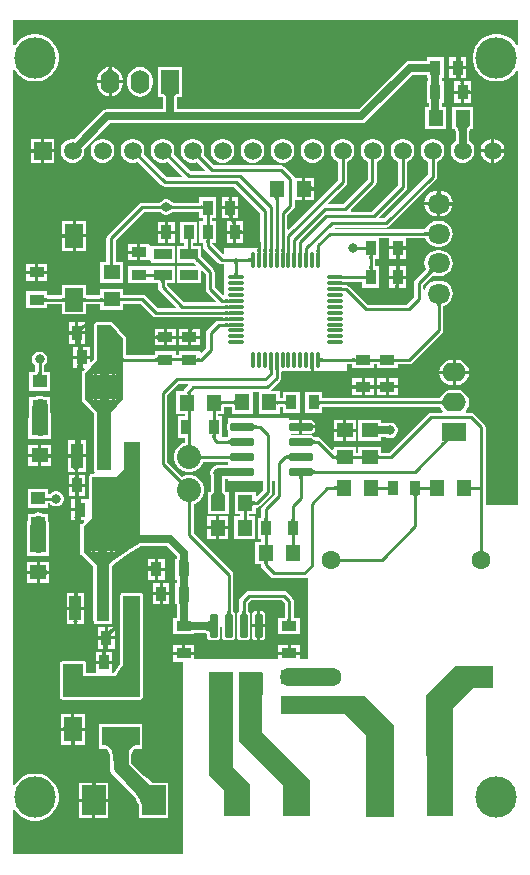
<source format=gtl>
G04*
G04 #@! TF.GenerationSoftware,Altium Limited,Altium Designer,21.9.2 (33)*
G04*
G04 Layer_Physical_Order=1*
G04 Layer_Color=255*
%FSTAX25Y25*%
%MOIN*%
G70*
G04*
G04 #@! TF.SameCoordinates,0F4E3B0E-42B1-4E8D-80DC-DAFE1E1038FA*
G04*
G04*
G04 #@! TF.FilePolarity,Positive*
G04*
G01*
G75*
%ADD14C,0.01000*%
%ADD20O,0.01181X0.05709*%
%ADD21O,0.05709X0.01181*%
%ADD22R,0.12795X0.08465*%
%ADD23R,0.03937X0.08465*%
%ADD24R,0.05000X0.05500*%
%ADD25R,0.03543X0.05118*%
%ADD26R,0.05500X0.05000*%
G04:AMPARAMS|DCode=27|XSize=77.56mil|YSize=23.62mil|CornerRadius=2.95mil|HoleSize=0mil|Usage=FLASHONLY|Rotation=180.000|XOffset=0mil|YOffset=0mil|HoleType=Round|Shape=RoundedRectangle|*
%AMROUNDEDRECTD27*
21,1,0.07756,0.01772,0,0,180.0*
21,1,0.07165,0.02362,0,0,180.0*
1,1,0.00591,-0.03583,0.00886*
1,1,0.00591,0.03583,0.00886*
1,1,0.00591,0.03583,-0.00886*
1,1,0.00591,-0.03583,-0.00886*
%
%ADD27ROUNDEDRECTD27*%
%ADD28R,0.06102X0.03740*%
G04:AMPARAMS|DCode=29|XSize=77.56mil|YSize=23.62mil|CornerRadius=2.95mil|HoleSize=0mil|Usage=FLASHONLY|Rotation=90.000|XOffset=0mil|YOffset=0mil|HoleType=Round|Shape=RoundedRectangle|*
%AMROUNDEDRECTD29*
21,1,0.07756,0.01772,0,0,90.0*
21,1,0.07165,0.02362,0,0,90.0*
1,1,0.00591,0.00886,0.03583*
1,1,0.00591,0.00886,-0.03583*
1,1,0.00591,-0.00886,-0.03583*
1,1,0.00591,-0.00886,0.03583*
%
%ADD29ROUNDEDRECTD29*%
%ADD30R,0.05906X0.07874*%
%ADD31R,0.12638X0.06102*%
%ADD32R,0.04724X0.04331*%
%ADD33R,0.06102X0.08268*%
%ADD34R,0.05118X0.03543*%
%ADD63C,0.02500*%
%ADD64C,0.06000*%
%ADD65C,0.05000*%
%ADD66O,0.07500X0.06500*%
%ADD67C,0.13800*%
%ADD68C,0.06299*%
%ADD69R,0.06299X0.06299*%
%ADD70C,0.00787*%
%ADD71C,0.08000*%
%ADD72O,0.06299X0.07874*%
%ADD73R,0.06299X0.07874*%
%ADD74O,0.07874X0.06299*%
%ADD75R,0.07874X0.06299*%
%ADD76R,0.07874X0.09843*%
%ADD77C,0.05984*%
%ADD78R,0.05984X0.05984*%
%ADD79C,0.03150*%
G36*
X0506961Y0371404D02*
X0506461Y0371252D01*
X0505937Y0372036D01*
X0504837Y0373136D01*
X0503543Y0374001D01*
X0502105Y0374596D01*
X0500579Y03749D01*
X0499023D01*
X0497497Y0374596D01*
X0496059Y0374001D01*
X0494765Y0373136D01*
X0493665Y0372036D01*
X04928Y0370742D01*
X0492205Y0369304D01*
X0491901Y0367778D01*
Y0366222D01*
X0492205Y0364696D01*
X04928Y0363258D01*
X0493665Y0361964D01*
X0494765Y0360864D01*
X0496059Y0359999D01*
X0497497Y0359404D01*
X0499023Y03591D01*
X0500579D01*
X0502105Y0359404D01*
X0503543Y0359999D01*
X0504837Y0360864D01*
X0505937Y0361964D01*
X0506461Y0362748D01*
X0506961Y0362596D01*
Y0217922D01*
X0496242D01*
Y02236D01*
Y0227688D01*
X0496229Y022775D01*
Y02438D01*
X0496113Y0244385D01*
X0495781Y0244881D01*
X0492381Y0248281D01*
X0491885Y0248613D01*
X04913Y0248729D01*
X0489659D01*
X0489515Y0249229D01*
X0490112Y0250007D01*
X049053Y0251017D01*
X0490673Y02521D01*
X049053Y0253183D01*
X0490112Y0254193D01*
X0489447Y025506D01*
X048858Y0255725D01*
X0487571Y0256143D01*
X0486487Y0256285D01*
X0484913D01*
X0483829Y0256143D01*
X048282Y0255725D01*
X0481953Y025506D01*
X0481288Y0254193D01*
X0481055Y025363D01*
X0481049Y0253629D01*
X044166D01*
Y0255659D01*
X0436117D01*
Y0248541D01*
X044166D01*
Y0250571D01*
X0481049D01*
X0481055Y025057D01*
X0481288Y0250007D01*
X0481885Y0249229D01*
X0481741Y0248729D01*
X0478D01*
X0477415Y0248613D01*
X0476919Y0248281D01*
X0464015Y0235378D01*
X0461251D01*
Y0237349D01*
X0453751D01*
Y0235378D01*
X045305D01*
Y0237349D01*
X044555D01*
Y0236466D01*
X0445088Y0236275D01*
X0441357Y0240006D01*
X0440861Y0240337D01*
X0440276Y0240454D01*
X0439214D01*
X043902Y0240744D01*
X0438591Y024103D01*
X0438086Y0241131D01*
X0430953D01*
X0430921Y0241185D01*
Y0241231D01*
X0431398Y0241718D01*
X0434003D01*
Y0243924D01*
Y0246131D01*
X0430921D01*
X04307Y0246312D01*
Y0247064D01*
X0410192D01*
Y0245017D01*
X0410151Y024481D01*
Y0243038D01*
X0410192Y0242832D01*
Y0240454D01*
X0408307D01*
Y024751D01*
X0407065D01*
Y0248295D01*
X040901D01*
Y0250571D01*
X04116D01*
Y024835D01*
X04186D01*
Y0255671D01*
X04206D01*
Y024835D01*
X04276D01*
Y0250571D01*
X0428637D01*
Y0248541D01*
X043418D01*
Y0255659D01*
X0428637D01*
Y0253629D01*
X04276D01*
Y025585D01*
X042492D01*
X0424713Y025635D01*
X0427629Y0259266D01*
X042796Y0259762D01*
X0428077Y0260347D01*
Y0262108D01*
X0428516Y0262481D01*
X0428752Y0262528D01*
X0430248D01*
X0430484Y0262481D01*
X043072Y0262528D01*
X0432217D01*
X0432453Y0262481D01*
X0432689Y0262528D01*
X0434185D01*
X0434421Y0262481D01*
X0434657Y0262528D01*
X0436154D01*
X043639Y0262481D01*
X0436626Y0262528D01*
X0438122D01*
X0438358Y0262481D01*
X0438594Y0262528D01*
X0440091D01*
X0440327Y0262481D01*
X0440563Y0262528D01*
X0449972D01*
Y0264837D01*
X0451768D01*
Y026361D01*
X0458887D01*
Y0264837D01*
X0459856D01*
Y0263638D01*
X0466974D01*
Y026488D01*
X047071D01*
X0471295Y0264997D01*
X0471791Y0265328D01*
X0481581Y0275119D01*
X0481913Y0275615D01*
X0482029Y02762D01*
Y0284249D01*
X0482109Y0284259D01*
X0483143Y0284688D01*
X0484031Y0285369D01*
X0484712Y0286257D01*
X0485141Y0287291D01*
X0485287Y02884D01*
X0485141Y028951D01*
X0484712Y0290543D01*
X0484031Y0291431D01*
X0483143Y0292112D01*
X0482109Y0292541D01*
X0481Y0292687D01*
X048D01*
X0478891Y0292541D01*
X0477857Y0292112D01*
X0476969Y0291431D01*
X0476288Y0290543D01*
X0475929Y0289679D01*
X0475429Y0289778D01*
Y0291266D01*
X0478584Y0294421D01*
X0478628Y0294459D01*
X0478636Y0294465D01*
X0478891Y0294359D01*
X048Y0294213D01*
X0481D01*
X0482109Y0294359D01*
X0483143Y0294788D01*
X0484031Y0295469D01*
X0484712Y0296357D01*
X0485141Y0297391D01*
X0485287Y02985D01*
X0485141Y0299609D01*
X0484712Y0300643D01*
X0484031Y0301531D01*
X0483143Y0302212D01*
X0482109Y0302641D01*
X0481Y0302787D01*
X048D01*
X0478891Y0302641D01*
X0477857Y0302212D01*
X0476969Y0301531D01*
X0476288Y0300643D01*
X0475859Y0299609D01*
X0475713Y02985D01*
X0475859Y0297391D01*
X047626Y0296423D01*
X0472819Y0292981D01*
X0472487Y0292485D01*
X0472371Y02919D01*
Y0287233D01*
X0469867Y0284729D01*
X0456933D01*
X0450692Y0290971D01*
X0450196Y0291303D01*
X0450013Y0291826D01*
X0450019Y0291858D01*
X0450392Y0292297D01*
X0455076D01*
Y0290341D01*
X0460619D01*
Y0297459D01*
X0459377D01*
Y0300041D01*
X0460619D01*
Y0306771D01*
X0464131D01*
Y03041D01*
X0466902D01*
X046865D01*
Y03046D01*
X046866Y0304505D01*
X0468691Y030442D01*
X0468741Y0304345D01*
X0468812Y030428D01*
X0468903Y0304225D01*
X0469015Y030418D01*
X0469146Y0304145D01*
X0469298Y030412D01*
X046947Y0304105D01*
X0469662Y03041D01*
X0469674D01*
Y0306771D01*
X0476033D01*
X0476288Y0306157D01*
X0476969Y0305269D01*
X0477857Y0304588D01*
X0478891Y0304159D01*
X048Y0304013D01*
X0481D01*
X0482109Y0304159D01*
X0483143Y0304588D01*
X0484031Y0305269D01*
X0484712Y0306157D01*
X0485141Y030719D01*
X0485287Y03083D01*
X0485141Y0309409D01*
X0484712Y0310443D01*
X0484031Y0311331D01*
X0483143Y0312012D01*
X0482109Y0312441D01*
X0481Y0312587D01*
X048D01*
X0478891Y0312441D01*
X0477857Y0312012D01*
X0476969Y0311331D01*
X0476288Y0310443D01*
X0476033Y0309829D01*
X0446202D01*
X0445935Y0310329D01*
X0445963Y0310371D01*
X0463D01*
X0463585Y0310487D01*
X0464081Y0310819D01*
X0479581Y0326319D01*
X0479913Y0326815D01*
X0480029Y03274D01*
Y0332277D01*
X0480041Y033228D01*
X0480951Y0332805D01*
X0481695Y0333549D01*
X048222Y0334459D01*
X0482492Y0335474D01*
Y0336526D01*
X048222Y0337541D01*
X0481695Y0338451D01*
X0480951Y0339194D01*
X0480041Y033972D01*
X0479026Y0339992D01*
X0477974D01*
X0476959Y033972D01*
X0476049Y0339194D01*
X0475306Y0338451D01*
X047478Y0337541D01*
X0474508Y0336526D01*
Y0335474D01*
X047478Y0334459D01*
X0475306Y0333549D01*
X0476049Y0332805D01*
X0476959Y033228D01*
X0476971Y0332277D01*
Y0328033D01*
X0462366Y0313429D01*
X0460946D01*
X0460754Y0313891D01*
X0469581Y0322719D01*
X0469913Y0323215D01*
X0470029Y03238D01*
Y0332277D01*
X0470041Y033228D01*
X0470951Y0332805D01*
X0471695Y0333549D01*
X047222Y0334459D01*
X0472492Y0335474D01*
Y0336526D01*
X047222Y0337541D01*
X0471695Y0338451D01*
X0470951Y0339194D01*
X0470041Y033972D01*
X0469026Y0339992D01*
X0467974D01*
X0466959Y033972D01*
X0466049Y0339194D01*
X0465306Y0338451D01*
X046478Y0337541D01*
X0464508Y0336526D01*
Y0335474D01*
X046478Y0334459D01*
X0465306Y0333549D01*
X0466049Y0332805D01*
X0466959Y033228D01*
X0466971Y0332277D01*
Y0324433D01*
X0458266Y0315729D01*
X0451365D01*
X0451173Y0316191D01*
X0459475Y0324493D01*
X0459807Y032499D01*
X0459923Y0325575D01*
Y0332248D01*
X0460041Y033228D01*
X0460951Y0332805D01*
X0461694Y0333549D01*
X046222Y0334459D01*
X0462492Y0335474D01*
Y0336526D01*
X046222Y0337541D01*
X0461694Y0338451D01*
X0460951Y0339194D01*
X0460041Y033972D01*
X0459026Y0339992D01*
X0457974D01*
X0456959Y033972D01*
X0456049Y0339194D01*
X0455305Y0338451D01*
X045478Y0337541D01*
X0454508Y0336526D01*
Y0335474D01*
X045478Y0334459D01*
X0455305Y0333549D01*
X0456049Y0332805D01*
X0456864Y0332335D01*
Y0326208D01*
X0448785Y0318129D01*
X0443946D01*
X0443754Y0318591D01*
X0449581Y0324419D01*
X0449913Y0324915D01*
X0450029Y03255D01*
Y0332277D01*
X0450041Y033228D01*
X0450951Y0332805D01*
X0451694Y0333549D01*
X045222Y0334459D01*
X0452492Y0335474D01*
Y0336526D01*
X045222Y0337541D01*
X0451694Y0338451D01*
X0450951Y0339194D01*
X0450041Y033972D01*
X0449026Y0339992D01*
X0447974D01*
X0446959Y033972D01*
X0446049Y0339194D01*
X0445305Y0338451D01*
X044478Y0337541D01*
X0444508Y0336526D01*
Y0335474D01*
X044478Y0334459D01*
X0445305Y0333549D01*
X0446049Y0332805D01*
X0446959Y033228D01*
X0446971Y0332277D01*
Y0326133D01*
X0430507Y030967D01*
X0430045Y0309861D01*
Y0314482D01*
X0432181Y0316619D01*
X0432513Y0317115D01*
X0432629Y03177D01*
Y031955D01*
X04351D01*
Y03233D01*
Y032705D01*
X043252D01*
X0432513Y0327085D01*
X0432181Y0327581D01*
X0429081Y0330681D01*
X0428585Y0331013D01*
X0428Y0331129D01*
X0405534D01*
X0402214Y0334449D01*
X040222Y0334459D01*
X0402492Y0335474D01*
Y0336526D01*
X040222Y0337541D01*
X0401694Y0338451D01*
X0400951Y0339194D01*
X0400041Y033972D01*
X0399026Y0339992D01*
X0397974D01*
X0396959Y033972D01*
X0396049Y0339194D01*
X0395305Y0338451D01*
X039478Y0337541D01*
X0394508Y0336526D01*
Y0335474D01*
X039478Y0334459D01*
X0395305Y0333549D01*
X0396049Y0332805D01*
X0396959Y033228D01*
X0397974Y0332008D01*
X0399026D01*
X0400041Y033228D01*
X0400051Y0332286D01*
X0402746Y0329591D01*
X0402554Y0329129D01*
X0397843D01*
X0392282Y033469D01*
X0392492Y0335474D01*
Y0336526D01*
X039222Y0337541D01*
X0391694Y0338451D01*
X0390951Y0339194D01*
X0390041Y033972D01*
X0389026Y0339992D01*
X0387974D01*
X0386959Y033972D01*
X0386049Y0339194D01*
X0385306Y0338451D01*
X038478Y0337541D01*
X0384508Y0336526D01*
Y0335474D01*
X038478Y0334459D01*
X0385306Y0333549D01*
X0386049Y0332805D01*
X0386959Y033228D01*
X0387974Y0332008D01*
X0389026D01*
X0390041Y033228D01*
X0390247Y0332399D01*
X0395055Y0327591D01*
X0394864Y0327129D01*
X0389843D01*
X0382282Y033469D01*
X0382492Y0335474D01*
Y0336526D01*
X038222Y0337541D01*
X0381695Y0338451D01*
X0380951Y0339194D01*
X0380041Y033972D01*
X0379026Y0339992D01*
X0377974D01*
X0376959Y033972D01*
X0376049Y0339194D01*
X0375306Y0338451D01*
X037478Y0337541D01*
X0374508Y0336526D01*
Y0335474D01*
X037478Y0334459D01*
X0375306Y0333549D01*
X0376049Y0332805D01*
X0376959Y033228D01*
X0377974Y0332008D01*
X0379026D01*
X0380041Y033228D01*
X0380247Y0332399D01*
X0388128Y0324519D01*
X0388624Y0324187D01*
X0389209Y0324071D01*
X0412266D01*
X0421081Y0315256D01*
Y0303892D01*
X0420642Y0303519D01*
X0420406Y0303472D01*
X0418909D01*
X0418673Y0303519D01*
X0418437Y0303472D01*
X0409027D01*
Y0301642D01*
X0408528Y0301435D01*
X040511Y0304853D01*
X0405157Y0305353D01*
X0406319D01*
Y0312471D01*
X0405076D01*
Y0313441D01*
X0406319D01*
Y0320559D01*
X0400775D01*
Y0318729D01*
X0392131D01*
X0392128Y031873D01*
X0392077Y0318741D01*
X0392026Y0318757D01*
X0391973Y0318778D01*
X0391917Y0318807D01*
X0391858Y0318844D01*
X0391794Y031889D01*
X0391725Y0318947D01*
X039163Y0319038D01*
X0391555Y0319087D01*
X0391381Y031926D01*
X0390794Y0319599D01*
X0390139Y0319775D01*
X0389461D01*
X0388806Y0319599D01*
X0388219Y031926D01*
X0388045Y0319087D01*
X038797Y0319038D01*
X0387875Y0318947D01*
X0387806Y031889D01*
X0387742Y0318844D01*
X0387683Y0318807D01*
X0387627Y0318778D01*
X0387574Y0318757D01*
X0387523Y0318741D01*
X0387472Y031873D01*
X0387469Y0318729D01*
X03817D01*
X0381115Y0318613D01*
X0380619Y0318281D01*
X0370245Y0307908D01*
X0369914Y0307412D01*
X0369797Y0306827D01*
Y0299D01*
X036775D01*
Y0292D01*
X037525D01*
Y0299D01*
X0372856D01*
Y0306193D01*
X0382333Y0315671D01*
X0387469D01*
X0387472Y031567D01*
X0387523Y0315659D01*
X0387574Y0315643D01*
X0387627Y0315622D01*
X0387683Y0315593D01*
X0387742Y0315557D01*
X0387806Y031551D01*
X0387875Y0315453D01*
X038797Y0315362D01*
X0388045Y0315314D01*
X0388219Y031514D01*
X0388806Y0314801D01*
X0389461Y0314625D01*
X0390139D01*
X0390794Y0314801D01*
X0391381Y031514D01*
X0391555Y0315314D01*
X039163Y0315362D01*
X0391725Y0315453D01*
X0391794Y031551D01*
X0391858Y0315557D01*
X0391917Y0315593D01*
X0391973Y0315622D01*
X0392026Y0315643D01*
X0392077Y0315659D01*
X0392128Y031567D01*
X0392131Y0315671D01*
X0400775D01*
Y0313441D01*
X0402017D01*
Y0312471D01*
X0400775D01*
Y0305353D01*
X0402017D01*
Y0304253D01*
X0402134Y0303668D01*
X0402465Y0303172D01*
X0407085Y0298552D01*
X0407581Y0298221D01*
X0408166Y0298105D01*
X0409027D01*
Y0294063D01*
X0408981Y0293827D01*
X0409027Y0293591D01*
Y0292094D01*
X0408981Y0291858D01*
X0409027Y0291622D01*
Y0290126D01*
X0408981Y028989D01*
X0409027Y0289654D01*
Y0288243D01*
X0408867Y0288129D01*
X0408499Y0288064D01*
X0405929Y0290634D01*
Y0295459D01*
X0405813Y0296044D01*
X0405481Y029654D01*
X0401527Y0300495D01*
X0401379Y0300654D01*
X0401282Y0300774D01*
Y0304316D01*
X039876D01*
Y0305286D01*
X0400003D01*
Y0312404D01*
X0394459D01*
Y0305286D01*
X0395702D01*
Y0304316D01*
X039318D01*
Y0298576D01*
X0399082D01*
X0399326Y0298369D01*
X039961Y0298086D01*
X0399419Y0297624D01*
X039318D01*
Y0291883D01*
X0401282D01*
Y029576D01*
X0401744Y0295952D01*
X0402871Y0294825D01*
Y029D01*
X0402987Y0289415D01*
X0403319Y0288919D01*
X0406261Y0285976D01*
X040607Y0285514D01*
X0395788D01*
X0390099Y0291203D01*
Y0291883D01*
X0392621D01*
Y0297624D01*
X0384592D01*
X0384518Y0297624D01*
X0384518Y0297624D01*
X0384133Y0297525D01*
X0384133Y0297525D01*
X0377015D01*
Y0291982D01*
X0384133D01*
X0384133Y0291982D01*
X0384518Y0291883D01*
X0384518Y0291883D01*
X0384592Y0291883D01*
X038704D01*
Y0290569D01*
X0387157Y0289984D01*
X0387488Y0289488D01*
X0392969Y0284007D01*
X0392778Y0283545D01*
X0386918D01*
X0382881Y0287581D01*
X0382385Y0287913D01*
X03818Y0288029D01*
X037525D01*
Y029D01*
X036775D01*
Y0287899D01*
X0362953D01*
Y0291307D01*
X0355047D01*
Y0287899D01*
X0350059D01*
Y0289142D01*
X0342941D01*
Y0283598D01*
X0350059D01*
Y0284841D01*
X0355047D01*
Y0281433D01*
X0362953D01*
Y0284841D01*
X036775D01*
Y0283D01*
X037525D01*
Y0284971D01*
X0381167D01*
X0385203Y0280934D01*
X0385699Y0280603D01*
X0386284Y0280486D01*
X0408608D01*
X0408981Y0280047D01*
X0408608Y0279608D01*
X0407379D01*
X0406793Y0279492D01*
X0406297Y027916D01*
X0403419Y0276281D01*
X0403087Y0275785D01*
X0402971Y02752D01*
Y0270133D01*
X0401511Y0268674D01*
X0401049Y0268866D01*
Y0269173D01*
X0393931D01*
Y0268029D01*
X0392962D01*
Y0269173D01*
X0385844D01*
Y0267931D01*
X037642D01*
Y02734D01*
X0376385Y0273573D01*
X0376359Y0273747D01*
X0376347Y0273767D01*
X0376342Y027379D01*
X0376244Y0273937D01*
X0376153Y0274088D01*
X0371953Y0278688D01*
X0371934Y0278701D01*
X0371921Y0278721D01*
X037181Y0278795D01*
Y0278835D01*
X0371752D01*
X0371633Y0278923D01*
X037161Y0278929D01*
X037159Y0278942D01*
X0371417Y0278976D01*
X0371246Y0279018D01*
X0371223Y0279015D01*
X03712Y027902D01*
X03666D01*
X036621Y0278942D01*
X0365879Y0278721D01*
X0365658Y027839D01*
X036558Y0278D01*
Y0266508D01*
X0364797Y0265623D01*
X036433Y02658D01*
Y0266689D01*
X0362058D01*
Y026363D01*
X0362425D01*
X0362631Y0263174D01*
X0362089Y0262562D01*
X0361641D01*
Y026194D01*
X0361636Y0261932D01*
X0361613Y0261765D01*
X036158Y02616D01*
Y02531D01*
X0361615Y0252928D01*
X0361641Y0252755D01*
X0361641Y0252755D01*
Y0252097D01*
X0362134D01*
X036558Y0248306D01*
Y02297D01*
X0365658Y022931D01*
X0365879Y0228979D01*
X0365968Y022892D01*
X0365816Y022842D01*
X03651D01*
X0365002Y02284D01*
X0364901D01*
X0364818Y0228383D01*
X0364725Y0228345D01*
X036471Y0228342D01*
X0364698Y0228334D01*
X036445Y0228231D01*
X0364169Y022795D01*
X0364066Y0227702D01*
X0364058Y022769D01*
X0364055Y0227675D01*
X0364017Y0227582D01*
X0364Y0227499D01*
Y0227398D01*
X036398Y02273D01*
Y0220193D01*
X0363597Y021991D01*
X0361326D01*
Y0216351D01*
Y0212792D01*
X0362197D01*
X0362388Y021233D01*
X0361782Y0211724D01*
X0361141D01*
Y0202562D01*
X0361125Y0202524D01*
X036112Y0202499D01*
Y0202499D01*
X036112Y0202499D01*
X036112Y0202398D01*
X0361105Y0202325D01*
X036111Y02023D01*
X0361105Y0202275D01*
X036112Y0202202D01*
X036112Y0202101D01*
X036112Y0202101D01*
Y0202101D01*
X0361125Y0202076D01*
X0361141Y0202038D01*
Y0201259D01*
X0361699D01*
X036548Y0197478D01*
Y01794D01*
X03655Y0179302D01*
X03655Y0179202D01*
X036552Y0179101D01*
X0365558Y0179008D01*
X036557Y0178951D01*
Y0178228D01*
X0371507D01*
Y0179236D01*
X037152Y01793D01*
Y0197682D01*
X0371977Y0198017D01*
X0375861Y0200856D01*
X0378144Y0202295D01*
X0378144Y0202295D01*
X0381163Y0204198D01*
X0389958D01*
X039323Y0200926D01*
Y020068D01*
X0393211Y0200316D01*
X0393182Y0200049D01*
X0393177Y0200022D01*
X0392752D01*
Y0199048D01*
X0392744Y019901D01*
X0392752Y0198971D01*
Y0192904D01*
X039323D01*
Y0191934D01*
X0392752D01*
Y0185866D01*
X0392744Y0185828D01*
X0392752Y018579D01*
Y0184816D01*
X0393177D01*
X0393178Y0184809D01*
X039323Y0184054D01*
Y0180299D01*
X0391965D01*
Y0174756D01*
X0399083D01*
Y0175233D01*
X0402394D01*
X0402601Y0175215D01*
X0402891Y0175167D01*
X0403108Y0175109D01*
X0403249Y0175051D01*
X0403294Y0175025D01*
Y0174161D01*
X0403394Y0173656D01*
X040368Y0173228D01*
X0404109Y0172941D01*
X0404614Y0172841D01*
X0406386D01*
X0406891Y0172941D01*
X040732Y0173228D01*
X0407606Y0173656D01*
X0407706Y0174161D01*
Y0177132D01*
X0407794Y0177412D01*
X0408293Y0177336D01*
Y0174161D01*
X0408394Y0173656D01*
X040868Y0173228D01*
X0409109Y0172941D01*
X0409614Y0172841D01*
X0411386D01*
X0411891Y0172941D01*
X041232Y0173228D01*
X0412606Y0173656D01*
X0412707Y0174161D01*
Y0181327D01*
X0412606Y0181832D01*
X041232Y0182261D01*
X0412029Y0182455D01*
Y01947D01*
X0411913Y0195285D01*
X0411581Y0195781D01*
X0398929Y0208434D01*
Y0218157D01*
X039933Y0218264D01*
X040047Y0218922D01*
X0401401Y0219853D01*
X0402059Y0220993D01*
X04024Y0222265D01*
Y0223582D01*
X0402059Y0224853D01*
X0401401Y0225993D01*
X040047Y0226924D01*
X039933Y0227583D01*
X0398058Y0227923D01*
X0396742D01*
X039547Y0227583D01*
X0395111Y0227375D01*
X0390129Y0232357D01*
Y0254467D01*
X0393934Y0258271D01*
X0396954D01*
X0397146Y0257809D01*
X0396128Y025679D01*
X0395796Y0256294D01*
X0395697Y0255795D01*
X039301D01*
Y0248295D01*
X039588D01*
Y024751D01*
X0393709D01*
Y0240391D01*
X0395871D01*
Y0238691D01*
X039547Y0238583D01*
X039433Y0237925D01*
X0393399Y0236994D01*
X0392741Y0235854D01*
X03924Y0234582D01*
Y0233266D01*
X0392741Y0231994D01*
X0393399Y0230854D01*
X039433Y0229923D01*
X039547Y0229265D01*
X0396742Y0228924D01*
X0398058D01*
X039933Y0229265D01*
X040047Y0229923D01*
X0401401Y0230854D01*
X0402059Y0231994D01*
X0402133Y0232271D01*
X0410192D01*
Y0231218D01*
X04074D01*
X0407181Y0231175D01*
X0406561D01*
X0405906Y0230999D01*
X0405319Y023066D01*
X040484Y0230181D01*
X0404501Y0229594D01*
X0404325Y0228939D01*
Y0228261D01*
X0404501Y0227606D01*
X0404656Y0227337D01*
Y0223255D01*
X040464Y022306D01*
X0404594Y022277D01*
X0404537Y022255D01*
X0404482Y0222407D01*
X0404453Y0222357D01*
X04044Y0222351D01*
X0404395Y022235D01*
X04035D01*
Y0221378D01*
X0403492Y022134D01*
X04035Y0221302D01*
Y0221242D01*
X0403499Y0221226D01*
X04035Y0221221D01*
Y021485D01*
X04105D01*
Y022235D01*
X0409466D01*
X0409426Y0222416D01*
X0409368Y0222557D01*
X040931Y0222774D01*
X0409262Y0223063D01*
X0409244Y022327D01*
Y022663D01*
X0410192D01*
Y0225784D01*
X0422071D01*
Y0222934D01*
X0419962Y0220825D01*
X04195Y0221016D01*
Y022235D01*
X04125D01*
Y021485D01*
X0414371D01*
Y0214149D01*
X04124D01*
Y0206649D01*
X04194D01*
Y0214149D01*
X0417429D01*
Y021485D01*
X04195D01*
Y0217071D01*
X04199D01*
X0420485Y0217187D01*
X0420981Y0217519D01*
X0424681Y0221219D01*
X0425013Y0221715D01*
X0425129Y02223D01*
Y0225784D01*
X0425871D01*
Y0221634D01*
X0421891Y0217654D01*
X0421559Y0217158D01*
X0421443Y0216572D01*
Y0213653D01*
X0420201D01*
Y0206535D01*
X0421443D01*
Y020575D01*
X04194D01*
Y019825D01*
X0421371D01*
Y01978D01*
X0421487Y0197215D01*
X0421819Y0196719D01*
X0424519Y0194019D01*
X0425015Y0193687D01*
X04256Y0193571D01*
X04358D01*
X0436385Y0193687D01*
X0436482Y0193752D01*
X0436982Y0193484D01*
Y01667D01*
X0434259D01*
Y0167972D01*
X04307D01*
X0427141D01*
Y01667D01*
X0399083D01*
Y0167972D01*
X0395524D01*
X0391965D01*
Y0165701D01*
X03953D01*
Y0101539D01*
X0338539D01*
Y0116272D01*
X0338655Y0116373D01*
X0339314Y0116286D01*
X0339864Y0115464D01*
X0340964Y0114364D01*
X0342258Y0113499D01*
X0343696Y0112904D01*
X0345222Y01126D01*
X0346778D01*
X0348304Y0112904D01*
X0349742Y0113499D01*
X0351036Y0114364D01*
X0352136Y0115464D01*
X0353001Y0116758D01*
X0353596Y0118196D01*
X03539Y0119722D01*
Y0121278D01*
X0353596Y0122804D01*
X0353001Y0124242D01*
X0352136Y0125536D01*
X0351036Y0126636D01*
X0349742Y0127501D01*
X0348304Y0128096D01*
X0346778Y01284D01*
X0345222D01*
X0343696Y0128096D01*
X0342258Y0127501D01*
X0340964Y0126636D01*
X0339864Y0125536D01*
X0339314Y0124714D01*
X0338655Y0124627D01*
X0338539Y0124728D01*
X0338539Y0362772D01*
X0338655Y0362873D01*
X0339314Y0362786D01*
X0339864Y0361964D01*
X0340964Y0360864D01*
X0342258Y0359999D01*
X0343696Y0359404D01*
X0345222Y03591D01*
X0346778D01*
X0348304Y0359404D01*
X0349742Y0359999D01*
X0351036Y0360864D01*
X0352136Y0361964D01*
X0353001Y0363258D01*
X0353596Y0364696D01*
X03539Y0366222D01*
Y0367778D01*
X0353596Y0369304D01*
X0353001Y0370742D01*
X0352136Y0372036D01*
X0351036Y0373136D01*
X0349742Y0374001D01*
X0348304Y0374596D01*
X0346778Y03749D01*
X0345222D01*
X0343696Y0374596D01*
X0342258Y0374001D01*
X0340964Y0373136D01*
X0339864Y0372036D01*
X0339314Y0371214D01*
X0338655Y0371127D01*
X0338539Y0371228D01*
Y0379461D01*
X0506961D01*
Y0371404D01*
D02*
G37*
G36*
X0427452Y0320552D02*
X0427367Y0320522D01*
X0427292Y0320472D01*
X0427227Y0320402D01*
X0427172Y0320312D01*
X0427127Y0320202D01*
X0427092Y0320072D01*
X0427067Y0319922D01*
X0427052Y0319752D01*
X0427047Y0319562D01*
X0426047D01*
X0426042Y0319752D01*
X0426027Y0319922D01*
X0426002Y0320072D01*
X0425967Y0320202D01*
X0425922Y0320312D01*
X0425867Y0320402D01*
X0425802Y0320472D01*
X0425727Y0320522D01*
X0425642Y0320552D01*
X0425547Y0320562D01*
X0427547D01*
X0427452Y0320552D01*
D02*
G37*
G36*
X0401799Y03162D02*
X0401789Y0316295D01*
X0401759Y031638D01*
X0401708Y0316455D01*
X0401637Y031652D01*
X0401546Y0316575D01*
X0401435Y031662D01*
X0401303Y0316655D01*
X0401152Y031668D01*
X040098Y0316695D01*
X0400787Y03167D01*
Y03177D01*
X040098Y0317705D01*
X0401152Y031772D01*
X0401303Y0317745D01*
X0401435Y031778D01*
X0401546Y0317825D01*
X0401637Y031788D01*
X0401708Y0317945D01*
X0401759Y031802D01*
X0401789Y0318105D01*
X0401799Y03182D01*
Y03162D01*
D02*
G37*
G36*
X0391044Y0318188D02*
X0391166Y0318086D01*
X0391291Y0317995D01*
X0391418Y0317917D01*
X0391548Y0317851D01*
X0391681Y0317796D01*
X0391816Y0317754D01*
X0391954Y0317724D01*
X0392095Y0317706D01*
X0392238Y03177D01*
Y03167D01*
X0392095Y0316694D01*
X0391954Y0316676D01*
X0391816Y0316646D01*
X0391681Y0316604D01*
X0391548Y0316549D01*
X0391418Y0316483D01*
X0391291Y0316405D01*
X0391166Y0316315D01*
X0391044Y0316212D01*
X0390925Y0316098D01*
X03898Y03172D01*
X0390925Y0318302D01*
X0391044Y0318188D01*
D02*
G37*
G36*
X03898Y03172D02*
X0388675Y0316098D01*
X0388556Y0316212D01*
X0388434Y0316315D01*
X0388309Y0316405D01*
X0388182Y0316483D01*
X0388052Y0316549D01*
X0387919Y0316604D01*
X0387784Y0316646D01*
X0387646Y0316676D01*
X0387505Y0316694D01*
X0387362Y03167D01*
Y03177D01*
X0387505Y0317706D01*
X0387646Y0317724D01*
X0387784Y0317754D01*
X0387919Y0317796D01*
X0388052Y0317851D01*
X0388182Y0317917D01*
X0388309Y0317995D01*
X0388434Y0318086D01*
X0388556Y0318188D01*
X0388675Y0318302D01*
X03898Y03172D01*
D02*
G37*
G36*
X0476931Y0307304D02*
X047692Y0307398D01*
X0476886Y0307482D01*
X0476829Y0307557D01*
X0476749Y0307621D01*
X0476647Y0307676D01*
X0476522Y0307721D01*
X0476375Y0307755D01*
X0476204Y030778D01*
X0476011Y0307795D01*
X0475796Y03078D01*
Y03088D01*
X0476011Y0308805D01*
X0476204Y030882D01*
X0476375Y0308845D01*
X0476522Y0308879D01*
X0476647Y0308924D01*
X0476749Y0308979D01*
X0476829Y0309043D01*
X0476886Y0309118D01*
X047692Y0309202D01*
X0476931Y0309296D01*
Y0307304D01*
D02*
G37*
G36*
X0404452Y0306367D02*
X0404367Y0306337D01*
X0404292Y0306286D01*
X0404227Y0306215D01*
X0404172Y0306124D01*
X0404127Y0306013D01*
X0404092Y0305882D01*
X0404067Y030573D01*
X0404052Y0305558D01*
X0404047Y0305365D01*
X0403047D01*
X0403042Y0305558D01*
X0403027Y030573D01*
X0403002Y0305882D01*
X0402967Y0306013D01*
X0402922Y0306124D01*
X0402867Y0306215D01*
X0402802Y0306286D01*
X0402727Y0306337D01*
X0402642Y0306367D01*
X0402547Y0306377D01*
X0404547D01*
X0404452Y0306367D01*
D02*
G37*
G36*
X0440872Y0302123D02*
X0439782D01*
X043979Y0302146D01*
X0439798Y0302188D01*
X0439805Y0302248D01*
X0439819Y030254D01*
X0439827Y0303191D01*
X0440827D01*
X0440872Y0302123D01*
D02*
G37*
G36*
X0436924Y0303139D02*
X0436935Y0302123D01*
X0435845D01*
X043586Y0302156D01*
X0435873Y0302206D01*
X0435885Y0302274D01*
X0435896Y030236D01*
X0435917Y0302722D01*
X0435924Y0303243D01*
X0436924Y0303139D01*
D02*
G37*
G36*
X0434966Y0302123D02*
X0433876D01*
X0433885Y0302146D01*
X0433892Y0302188D01*
X0433899Y0302248D01*
X0433914Y030254D01*
X0433921Y0303191D01*
X0434921D01*
X0434966Y0302123D01*
D02*
G37*
G36*
X0432998D02*
X0431908D01*
X0431916Y0302146D01*
X0431924Y0302188D01*
X0431931Y0302248D01*
X0431946Y030254D01*
X0431953Y0303191D01*
X0432953D01*
X0432998Y0302123D01*
D02*
G37*
G36*
X0431029D02*
X0429939D01*
X0429948Y0302146D01*
X0429955Y0302188D01*
X0429962Y0302248D01*
X0429977Y030254D01*
X0429984Y0303191D01*
X0430984D01*
X0431029Y0302123D01*
D02*
G37*
G36*
X0429061D02*
X0427971D01*
X0427979Y0302146D01*
X0427987Y0302188D01*
X0427994Y0302248D01*
X0428009Y030254D01*
X0428016Y0303191D01*
X0429016D01*
X0429061Y0302123D01*
D02*
G37*
G36*
X0427092D02*
X0426002D01*
X0426011Y0302146D01*
X0426018Y0302188D01*
X0426025Y0302248D01*
X042604Y030254D01*
X0426047Y0303191D01*
X0427047D01*
X0427092Y0302123D01*
D02*
G37*
G36*
X0425124D02*
X0424034D01*
X0424042Y0302146D01*
X042405Y0302188D01*
X0424057Y0302248D01*
X0424072Y030254D01*
X0424079Y0303191D01*
X0425079D01*
X0425124Y0302123D01*
D02*
G37*
G36*
X0423155D02*
X0422065D01*
X0422074Y0302146D01*
X0422081Y0302188D01*
X0422088Y0302248D01*
X0422103Y030254D01*
X042211Y0303191D01*
X042311D01*
X0423155Y0302123D01*
D02*
G37*
G36*
X0421187D02*
X0420097D01*
X0420105Y0302146D01*
X0420113Y0302188D01*
X042012Y0302248D01*
X0420134Y030254D01*
X0420142Y0303191D01*
X0421142D01*
X0421187Y0302123D01*
D02*
G37*
G36*
X0458752Y0301055D02*
X0458668Y0301025D01*
X0458593Y0300974D01*
X0458528Y0300903D01*
X0458472Y0300812D01*
X0458427Y0300701D01*
X0458392Y0300569D01*
X0458367Y0300417D01*
X0458353Y0300245D01*
X0458348Y0300053D01*
X0457347D01*
X0457342Y0300245D01*
X0457328Y0300417D01*
X0457303Y0300569D01*
X0457268Y0300701D01*
X0457223Y0300812D01*
X0457167Y0300903D01*
X0457102Y0300974D01*
X0457027Y0301025D01*
X0456943Y0301055D01*
X0456847Y0301065D01*
X0458848D01*
X0458752Y0301055D01*
D02*
G37*
G36*
X0400203Y0300926D02*
X0400176Y0300835D01*
X0400177Y0300729D01*
X0400206Y0300609D01*
X0400264Y0300475D01*
X040035Y0300327D01*
X0400464Y0300164D01*
X0400607Y0299986D01*
X0400977Y0299588D01*
X040027Y0298881D01*
X0400064Y029908D01*
X0399695Y0299394D01*
X0399532Y0299508D01*
X0399383Y0299594D01*
X0399249Y0299652D01*
X0399129Y0299682D01*
X0399024Y0299683D01*
X0398933Y0299656D01*
X0398856Y02996D01*
X0400258Y0301003D01*
X0400203Y0300926D01*
D02*
G37*
G36*
X0418095Y0298634D02*
X0418085Y0298729D01*
X0418055Y0298814D01*
X0418004Y0298889D01*
X0417933Y0298954D01*
X0417842Y0299009D01*
X0417731Y0299054D01*
X0417599Y0299089D01*
X0417448Y0299114D01*
X0417276Y0299129D01*
X0417083Y0299134D01*
Y0300134D01*
X0417276Y0300139D01*
X0417448Y0300154D01*
X0417599Y0300179D01*
X0417731Y0300214D01*
X0417842Y0300259D01*
X0417933Y0300314D01*
X0418004Y0300379D01*
X0418055Y0300454D01*
X0418085Y0300539D01*
X0418095Y0300634D01*
Y0298634D01*
D02*
G37*
G36*
X0414366Y0299134D02*
X0414176Y0299124D01*
X0414006Y0299094D01*
X0413856Y0299044D01*
X0413726Y0298974D01*
X0413616Y0298884D01*
X0413526Y0298774D01*
X0413456Y0298644D01*
X0413406Y0298494D01*
X0413376Y0298324D01*
X0413366Y0298134D01*
X0412366D01*
X0412356Y0298324D01*
X0412326Y0298494D01*
X0412276Y0298644D01*
X0412206Y0298774D01*
X0412116Y0298884D01*
X0412006Y0298974D01*
X0411876Y0299044D01*
X0411726Y0299094D01*
X0411556Y0299124D01*
X0411366Y0299134D01*
X0412866Y0300134D01*
X0414366Y0299134D01*
D02*
G37*
G36*
X0458353Y0297257D02*
X0458367Y0297087D01*
X0458392Y0296937D01*
X0458427Y0296807D01*
X0458472Y0296697D01*
X0458528Y0296607D01*
X0458593Y0296537D01*
X0458668Y0296487D01*
X0458752Y0296457D01*
X0458848Y0296447D01*
X0456847D01*
X0456943Y0296457D01*
X0457027Y0296487D01*
X0457102Y0296537D01*
X0457167Y0296607D01*
X0457223Y0296697D01*
X0457268Y0296807D01*
X0457303Y0296937D01*
X0457328Y0297087D01*
X0457342Y0297257D01*
X0457347Y0297447D01*
X0458348D01*
X0458353Y0297257D01*
D02*
G37*
G36*
X0478876Y029547D02*
X0478794Y029552D01*
X0478703Y0295549D01*
X0478605Y0295555D01*
X0478498Y0295539D01*
X0478383Y0295501D01*
X047826Y0295441D01*
X0478129Y0295359D01*
X047799Y0295255D01*
X0477842Y0295128D01*
X0477687Y029498D01*
X0476899Y0295606D01*
X0477046Y029576D01*
X0477169Y0295904D01*
X0477268Y0296039D01*
X0477344Y0296164D01*
X0477396Y0296279D01*
X0477424Y0296384D01*
X0477429Y029648D01*
X0477409Y0296566D01*
X0477366Y0296642D01*
X0477299Y0296709D01*
X0478876Y029547D01*
D02*
G37*
G36*
X0413371Y0295224D02*
X0413386Y0295052D01*
X0413411Y02949D01*
X0413446Y0294769D01*
X0413491Y0294658D01*
X0413546Y0294567D01*
X0413611Y0294496D01*
X0413686Y0294445D01*
X0413771Y0294415D01*
X0413866Y0294405D01*
X0411866D01*
X0411961Y0294415D01*
X0412046Y0294445D01*
X0412121Y0294496D01*
X0412186Y0294567D01*
X0412241Y0294658D01*
X0412286Y0294769D01*
X0412321Y02949D01*
X0412346Y0295052D01*
X0412361Y0295224D01*
X0412366Y0295417D01*
X0413366D01*
X0413371Y0295224D01*
D02*
G37*
G36*
X0448646Y0294363D02*
X0448688Y0294356D01*
X0448748Y0294349D01*
X044904Y0294334D01*
X0449691Y0294327D01*
Y0293327D01*
X0448623Y0293282D01*
Y0294372D01*
X0448646Y0294363D01*
D02*
G37*
G36*
X04561Y0292827D02*
X045609Y0292922D01*
X0456059Y0293007D01*
X0456009Y0293082D01*
X0455938Y0293147D01*
X0455847Y0293202D01*
X0455735Y0293247D01*
X0455604Y0293282D01*
X0455452Y0293307D01*
X045528Y0293322D01*
X0455088Y0293327D01*
Y0294327D01*
X045528Y0294332D01*
X0455452Y0294347D01*
X0455604Y0294372D01*
X0455735Y0294407D01*
X0455847Y0294452D01*
X0455938Y0294507D01*
X0456009Y0294572D01*
X0456059Y0294647D01*
X045609Y0294732D01*
X04561Y0294827D01*
Y0292827D01*
D02*
G37*
G36*
X0389475Y0292897D02*
X0389389Y0292867D01*
X0389315Y0292816D01*
X0389249Y0292745D01*
X0389194Y0292654D01*
X0389149Y0292543D01*
X0389114Y0292412D01*
X0389089Y029226D01*
X0389074Y0292088D01*
X038907Y0291896D01*
X038807D01*
X0388065Y0292088D01*
X038805Y029226D01*
X0388024Y0292412D01*
X0387989Y0292543D01*
X0387945Y0292654D01*
X038789Y0292745D01*
X0387825Y0292816D01*
X038775Y0292867D01*
X0387665Y0292897D01*
X0387569Y0292908D01*
X0389569D01*
X0389475Y0292897D01*
D02*
G37*
G36*
X0448646Y0292395D02*
X0448688Y0292387D01*
X0448748Y029238D01*
X044904Y0292366D01*
X0449691Y0292358D01*
Y0291358D01*
X0448623Y0291313D01*
Y0292403D01*
X0448646Y0292395D01*
D02*
G37*
G36*
X0448645Y0290426D02*
X0448684Y0290419D01*
X044874Y0290412D01*
X0448904Y0290401D01*
X044961Y029039D01*
Y028939D01*
X0448623Y0289345D01*
Y0290435D01*
X0448645Y0290426D01*
D02*
G37*
G36*
X0374248Y0287405D02*
X0374278Y028732D01*
X0374328Y0287245D01*
X0374398Y028718D01*
X0374488Y0287125D01*
X0374598Y028708D01*
X0374728Y0287045D01*
X0374878Y028702D01*
X0375048Y0287005D01*
X0375238Y0287D01*
Y0286D01*
X0375048Y0285995D01*
X0374878Y028598D01*
X0374728Y0285955D01*
X0374598Y028592D01*
X0374488Y0285875D01*
X0374398Y028582D01*
X0374328Y0285755D01*
X0374278Y028568D01*
X0374248Y0285595D01*
X0374238Y02855D01*
Y02875D01*
X0374248Y0287405D01*
D02*
G37*
G36*
X0410377Y0285408D02*
X0410354Y0285416D01*
X0410312Y0285424D01*
X0410252Y0285431D01*
X040996Y0285446D01*
X0409309Y0285453D01*
Y0286453D01*
X0410377Y0286498D01*
Y0285408D01*
D02*
G37*
G36*
X0368774Y028537D02*
X0368764Y0285465D01*
X0368734Y028555D01*
X0368683Y0285625D01*
X0368612Y028569D01*
X0368521Y0285745D01*
X036841Y028579D01*
X0368278Y0285825D01*
X0368126Y028585D01*
X0367954Y0285865D01*
X0367762Y028587D01*
Y028687D01*
X0367954Y0286875D01*
X0368126Y028689D01*
X0368278Y0286915D01*
X036841Y028695D01*
X0368521Y0286995D01*
X0368612Y028705D01*
X0368683Y0287115D01*
X0368734Y028719D01*
X0368764Y0287275D01*
X0368774Y028737D01*
Y028537D01*
D02*
G37*
G36*
X0361951Y0287275D02*
X0361981Y028719D01*
X0362031Y0287115D01*
X0362101Y028705D01*
X0362191Y0286995D01*
X0362301Y028695D01*
X0362431Y0286915D01*
X0362581Y028689D01*
X0362751Y0286875D01*
X0362941Y028687D01*
Y028587D01*
X0362751Y0285865D01*
X0362581Y028585D01*
X0362431Y0285825D01*
X0362301Y028579D01*
X0362191Y0285745D01*
X0362101Y028569D01*
X0362031Y0285625D01*
X0361981Y028555D01*
X0361951Y0285465D01*
X0361941Y028537D01*
Y028737D01*
X0361951Y0287275D01*
D02*
G37*
G36*
X0356071Y028537D02*
X0356061Y0285465D01*
X0356031Y028555D01*
X035598Y0285625D01*
X0355909Y028569D01*
X0355818Y0285745D01*
X0355707Y028579D01*
X0355575Y0285825D01*
X0355424Y028585D01*
X0355252Y0285865D01*
X0355059Y028587D01*
Y028687D01*
X0355252Y0286875D01*
X0355424Y028689D01*
X0355575Y0286915D01*
X0355707Y028695D01*
X0355818Y0286995D01*
X0355909Y028705D01*
X035598Y0287115D01*
X0356031Y028719D01*
X0356061Y0287275D01*
X0356071Y028737D01*
Y028537D01*
D02*
G37*
G36*
X0349045Y0287275D02*
X0349076Y028719D01*
X0349126Y0287115D01*
X0349197Y028705D01*
X0349288Y0286995D01*
X0349399Y028695D01*
X0349531Y0286915D01*
X0349683Y028689D01*
X0349855Y0286875D01*
X0350047Y028687D01*
Y028587D01*
X0349855Y0285865D01*
X0349683Y028585D01*
X0349531Y0285825D01*
X0349399Y028579D01*
X0349288Y0285745D01*
X0349197Y028569D01*
X0349126Y0285625D01*
X0349076Y028555D01*
X0349045Y0285465D01*
X0349035Y028537D01*
Y028737D01*
X0349045Y0287275D01*
D02*
G37*
G36*
X0481404Y0285197D02*
X0481319Y0285165D01*
X0481244Y0285112D01*
X048118Y0285038D01*
X0481125Y0284942D01*
X048108Y0284825D01*
X0481045Y0284687D01*
X048102Y0284528D01*
X0481005Y0284348D01*
X0481Y0284146D01*
X048D01*
X0479995Y0284348D01*
X047998Y0284528D01*
X0479955Y0284687D01*
X047992Y0284825D01*
X0479875Y0284942D01*
X047982Y0285038D01*
X0479756Y0285112D01*
X0479681Y0285165D01*
X0479596Y0285197D01*
X0479501Y0285208D01*
X0481499D01*
X0481404Y0285197D01*
D02*
G37*
G36*
X0410377Y0283439D02*
X0410354Y0283448D01*
X0410312Y0283455D01*
X0410252Y0283462D01*
X040996Y0283477D01*
X0409309Y0283484D01*
Y0284484D01*
X0410377Y0284529D01*
Y0283439D01*
D02*
G37*
G36*
Y0281471D02*
X0410354Y0281479D01*
X0410312Y0281487D01*
X0410252Y0281494D01*
X040996Y0281509D01*
X0409309Y0281516D01*
Y0282516D01*
X0410377Y0282561D01*
Y0281471D01*
D02*
G37*
G36*
Y0279502D02*
X0410354Y0279511D01*
X0410312Y0279519D01*
X0410252Y0279525D01*
X040996Y027954D01*
X0409309Y0279547D01*
Y0280547D01*
X0410377Y0280592D01*
Y0279502D01*
D02*
G37*
G36*
Y0277534D02*
X0410354Y0277542D01*
X0410312Y027755D01*
X0410252Y0277557D01*
X040996Y0277572D01*
X0409309Y0277579D01*
Y0278579D01*
X0410377Y0278624D01*
Y0277534D01*
D02*
G37*
G36*
X0400035Y0267306D02*
X0400066Y0267221D01*
X0400116Y0267146D01*
X0400187Y0267081D01*
X0400278Y0267026D01*
X040039Y0266981D01*
X0400521Y0266946D01*
X0400673Y0266921D01*
X0400845Y0266906D01*
X0401037Y0266901D01*
Y0265901D01*
X0400845Y0265896D01*
X0400673Y0265881D01*
X0400521Y0265856D01*
X040039Y0265821D01*
X0400278Y0265776D01*
X0400187Y0265721D01*
X0400116Y0265656D01*
X0400066Y0265581D01*
X0400035Y0265496D01*
X0400025Y0265401D01*
Y0267401D01*
X0400035Y0267306D01*
D02*
G37*
G36*
X0386856Y0265401D02*
X0386846Y0265496D01*
X0386816Y0265581D01*
X0386766Y0265656D01*
X0386696Y0265721D01*
X0386606Y0265776D01*
X0386496Y0265821D01*
X0386366Y0265856D01*
X0386216Y0265881D01*
X0386046Y0265896D01*
X0385856Y0265901D01*
Y0266901D01*
X0386046Y0266906D01*
X0386216Y0266921D01*
X0386366Y0266946D01*
X0386496Y0266981D01*
X0386606Y0267026D01*
X0386696Y0267081D01*
X0386766Y0267146D01*
X0386816Y0267221D01*
X0386846Y0267306D01*
X0386856Y0267401D01*
Y0265401D01*
D02*
G37*
G36*
X0452793Y0265366D02*
X0452782Y0265461D01*
X0452752Y0265546D01*
X0452701Y0265621D01*
X0452631Y0265686D01*
X0452539Y0265741D01*
X0452428Y0265786D01*
X0452297Y0265821D01*
X0452145Y0265846D01*
X0451973Y0265861D01*
X0451781Y0265866D01*
Y0266866D01*
X0451973Y0266871D01*
X0452145Y0266886D01*
X0452297Y0266911D01*
X0452428Y0266946D01*
X0452539Y0266991D01*
X0452631Y0267046D01*
X0452701Y0267111D01*
X0452752Y0267186D01*
X0452782Y0267271D01*
X0452793Y0267366D01*
Y0265366D01*
D02*
G37*
G36*
X0440915Y0267271D02*
X0440945Y0267186D01*
X0440996Y0267111D01*
X0441067Y0267046D01*
X0441158Y0266991D01*
X0441269Y0266946D01*
X04414Y0266911D01*
X0441552Y0266886D01*
X0441724Y0266871D01*
X0441917Y0266866D01*
Y0265866D01*
X0441724Y0265861D01*
X0441552Y0265846D01*
X04414Y0265821D01*
X0441269Y0265786D01*
X0441158Y0265741D01*
X0441067Y0265686D01*
X0440996Y0265621D01*
X0440945Y0265546D01*
X0440915Y0265461D01*
X0440905Y0265366D01*
Y0267366D01*
X0440915Y0267271D01*
D02*
G37*
G36*
X0438895Y0263854D02*
X0438887Y0263812D01*
X043888Y0263752D01*
X0438865Y026346D01*
X0438858Y0262809D01*
X0437858D01*
X0437813Y0263877D01*
X0438903D01*
X0438895Y0263854D01*
D02*
G37*
G36*
X0427084D02*
X0427076Y0263812D01*
X0427069Y0263752D01*
X0427054Y026346D01*
X0427047Y0262809D01*
X0426047D01*
X0426002Y0263877D01*
X0427092D01*
X0427084Y0263854D01*
D02*
G37*
G36*
X0425115D02*
X0425107Y0263812D01*
X0425101Y0263752D01*
X0425086Y026346D01*
X0425079Y0262809D01*
X0424079D01*
X0424034Y0263877D01*
X0425124D01*
X0425115Y0263854D01*
D02*
G37*
G36*
X0397713Y0255533D02*
X0397726Y0255376D01*
X0397747Y0255237D01*
X0397777Y0255116D01*
X0397815Y0255014D01*
X0397862Y0254931D01*
X0397918Y0254866D01*
X0397982Y025482D01*
X0398054Y0254792D01*
X0398135Y0254783D01*
X0396283D01*
X0396364Y0254792D01*
X0396436Y025482D01*
X03965Y0254866D01*
X0396556Y0254931D01*
X0396602Y0255014D01*
X0396641Y0255116D01*
X0396671Y0255237D01*
X0396692Y0255376D01*
X0396705Y0255533D01*
X0396709Y0255709D01*
X0397709D01*
X0397713Y0255533D01*
D02*
G37*
G36*
X0481949Y0251103D02*
X0481937Y0251198D01*
X0481903Y0251282D01*
X0481846Y0251357D01*
X0481766Y0251421D01*
X0481664Y0251476D01*
X0481538Y0251521D01*
X048139Y0251555D01*
X0481219Y025158D01*
X0481026Y0251595D01*
X0480809Y02516D01*
Y02526D01*
X0481026Y0252605D01*
X0481219Y025262D01*
X048139Y0252645D01*
X0481538Y0252679D01*
X0481664Y0252724D01*
X0481766Y0252779D01*
X0481846Y0252843D01*
X0481903Y0252918D01*
X0481937Y0253002D01*
X0481949Y0253097D01*
Y0251103D01*
D02*
G37*
G36*
X0440647Y0253005D02*
X0440677Y025292D01*
X0440728Y0252845D01*
X0440798Y025278D01*
X0440889Y0252725D01*
X0441001Y025268D01*
X0441132Y0252645D01*
X0441284Y025262D01*
X0441456Y0252605D01*
X0441648Y02526D01*
Y02516D01*
X0441456Y0251595D01*
X0441284Y025158D01*
X0441132Y0251555D01*
X0441001Y025152D01*
X0440889Y0251475D01*
X0440798Y025142D01*
X0440728Y0251355D01*
X0440677Y025128D01*
X0440647Y0251195D01*
X0440636Y02511D01*
Y02531D01*
X0440647Y0253005D01*
D02*
G37*
G36*
X0429661Y02511D02*
X0429651Y0251195D01*
X042962Y025128D01*
X042957Y0251355D01*
X0429499Y025142D01*
X0429408Y0251475D01*
X0429296Y025152D01*
X0429165Y0251555D01*
X0429013Y025158D01*
X0428841Y0251595D01*
X0428649Y02516D01*
Y02526D01*
X0428841Y0252605D01*
X0429013Y025262D01*
X0429165Y0252645D01*
X0429296Y025268D01*
X0429408Y0252725D01*
X0429499Y025278D01*
X042957Y0252845D01*
X042962Y025292D01*
X0429651Y0253005D01*
X0429661Y02531D01*
Y02511D01*
D02*
G37*
G36*
X0426586Y0253005D02*
X0426616Y025292D01*
X0426667Y0252845D01*
X0426738Y025278D01*
X0426829Y0252725D01*
X042694Y025268D01*
X0427072Y0252645D01*
X0427224Y025262D01*
X0427396Y0252605D01*
X0427588Y02526D01*
Y02516D01*
X0427396Y0251595D01*
X0427224Y025158D01*
X0427072Y0251555D01*
X042694Y025152D01*
X0426829Y0251475D01*
X0426738Y025142D01*
X0426667Y0251355D01*
X0426616Y025128D01*
X0426586Y0251195D01*
X0426576Y02511D01*
Y02531D01*
X0426586Y0253005D01*
D02*
G37*
G36*
X0412624Y02511D02*
X0412614Y0251195D01*
X0412583Y025128D01*
X0412533Y0251355D01*
X0412462Y025142D01*
X0412371Y0251475D01*
X041226Y025152D01*
X0412128Y0251555D01*
X0411976Y025158D01*
X0411804Y0251595D01*
X0411612Y02516D01*
Y02526D01*
X0411804Y0252605D01*
X0411976Y025262D01*
X0412128Y0252645D01*
X041226Y025268D01*
X0412371Y0252725D01*
X0412462Y025278D01*
X0412533Y0252845D01*
X0412583Y025292D01*
X0412614Y0253005D01*
X0412624Y02531D01*
Y02511D01*
D02*
G37*
G36*
X0407996Y0253005D02*
X0408026Y025292D01*
X0408077Y0252845D01*
X0408148Y025278D01*
X0408239Y0252725D01*
X040835Y025268D01*
X0408482Y0252645D01*
X0408634Y025262D01*
X0408806Y0252605D01*
X0408998Y02526D01*
Y02516D01*
X0408806Y0251595D01*
X0408634Y025158D01*
X0408482Y0251555D01*
X040835Y025152D01*
X0408239Y0251475D01*
X0408148Y025142D01*
X0408077Y0251355D01*
X0408026Y025128D01*
X0407996Y0251195D01*
X0407986Y02511D01*
Y02531D01*
X0407996Y0253005D01*
D02*
G37*
G36*
X0418902Y0244824D02*
X0418933Y024474D01*
X0418985Y0244666D01*
X0419057Y0244602D01*
X041915Y0244548D01*
X0419264Y0244503D01*
X0419398Y0244469D01*
X0419554Y0244444D01*
X0419729Y0244429D01*
X0419926Y0244424D01*
Y0243424D01*
X0419729Y0243419D01*
X0419554Y0243405D01*
X0419398Y024338D01*
X0419264Y0243345D01*
X041915Y0243301D01*
X0419057Y0243247D01*
X0418985Y0243182D01*
X0418933Y0243109D01*
X0418902Y0243025D01*
X0418891Y0242931D01*
Y0244917D01*
X0418902Y0244824D01*
D02*
G37*
G36*
X040644Y0241393D02*
X0406355Y0241363D01*
X040628Y0241313D01*
X0406215Y0241243D01*
X040616Y0241153D01*
X0406115Y0241043D01*
X040608Y0240913D01*
X0406055Y0240763D01*
X040604Y0240593D01*
X0406035Y0240403D01*
X0405035D01*
X040503Y0240593D01*
X0405015Y0240763D01*
X040499Y0240913D01*
X0404955Y0241043D01*
X040491Y0241153D01*
X0404855Y0241243D01*
X040479Y0241313D01*
X0404715Y0241363D01*
X040463Y0241393D01*
X0404535Y0241403D01*
X0406535D01*
X040644Y0241393D01*
D02*
G37*
G36*
X0483835Y0238955D02*
X0483694Y0238934D01*
X0483552Y0238899D01*
X0483411Y0238849D01*
X048327Y0238786D01*
X0483128Y0238708D01*
X0482987Y0238616D01*
X0482845Y023851D01*
X0482704Y023839D01*
X0482562Y0238255D01*
X0481148D01*
X0481282Y023839D01*
X0481783Y0238955D01*
X0481775Y0238962D01*
X0483977D01*
X0483835Y0238955D01*
D02*
G37*
G36*
X0438351Y0239824D02*
X0438382Y023974D01*
X0438434Y0239666D01*
X0438506Y0239602D01*
X0438599Y0239548D01*
X0438713Y0239503D01*
X0438847Y0239469D01*
X0439002Y0239444D01*
X0439178Y0239429D01*
X0439375Y0239424D01*
Y0238424D01*
X0439178Y0238419D01*
X0439002Y0238404D01*
X0438847Y023838D01*
X0438713Y0238345D01*
X0438599Y0238301D01*
X0438506Y0238247D01*
X0438434Y0238182D01*
X0438382Y0238108D01*
X0438351Y0238025D01*
X043834Y0237931D01*
Y0239917D01*
X0438351Y0239824D01*
D02*
G37*
G36*
X0411217Y0237931D02*
X0411207Y0238025D01*
X0411176Y0238108D01*
X0411124Y0238182D01*
X0411052Y0238247D01*
X0410959Y0238301D01*
X0410845Y0238345D01*
X041071Y023838D01*
X0410555Y0238404D01*
X041038Y0238419D01*
X0410183Y0238424D01*
Y0239424D01*
X041038Y0239429D01*
X0410555Y0239444D01*
X041071Y0239469D01*
X0410845Y0239503D01*
X0410959Y0239548D01*
X0411052Y0239602D01*
X0411124Y0239666D01*
X0411176Y023974D01*
X0411207Y0239824D01*
X0411217Y0239917D01*
Y0237931D01*
D02*
G37*
G36*
X0430666Y0232931D02*
X0430656Y0233025D01*
X0430625Y0233108D01*
X0430573Y0233183D01*
X0430501Y0233247D01*
X0430408Y0233301D01*
X0430294Y0233345D01*
X0430159Y023338D01*
X0430004Y0233404D01*
X0429828Y0233419D01*
X0429632Y0233424D01*
Y0234424D01*
X0429828Y0234429D01*
X0430004Y0234444D01*
X0430159Y0234469D01*
X0430294Y0234503D01*
X0430408Y0234548D01*
X0430501Y0234602D01*
X0430573Y0234666D01*
X0430625Y023474D01*
X0430656Y0234824D01*
X0430666Y0234917D01*
Y0232931D01*
D02*
G37*
G36*
X0460237Y0234754D02*
X0460267Y0234669D01*
X0460318Y0234594D01*
X0460389Y0234529D01*
X046048Y0234474D01*
X0460591Y0234429D01*
X0460723Y0234394D01*
X0460875Y0234369D01*
X0461047Y0234354D01*
X0461239Y0234349D01*
Y0233349D01*
X0461047Y0233344D01*
X0460875Y0233329D01*
X0460723Y0233304D01*
X0460591Y0233269D01*
X046048Y0233224D01*
X0460389Y0233169D01*
X0460318Y0233104D01*
X0460267Y0233029D01*
X0460237Y0232944D01*
X0460227Y0232849D01*
Y0234849D01*
X0460237Y0234754D01*
D02*
G37*
G36*
X0446562Y0232849D02*
X0446552Y0232944D01*
X0446522Y0233029D01*
X0446472Y0233104D01*
X0446402Y0233169D01*
X0446312Y0233224D01*
X0446202Y0233269D01*
X0446072Y0233304D01*
X0445922Y0233329D01*
X0445752Y0233344D01*
X0445562Y0233349D01*
Y0234349D01*
X0445752Y0234354D01*
X0445922Y0234369D01*
X0446072Y0234394D01*
X0446202Y0234429D01*
X0446312Y0234474D01*
X0446402Y0234529D01*
X0446472Y0234594D01*
X0446522Y0234669D01*
X0446552Y0234754D01*
X0446562Y0234849D01*
Y0232849D01*
D02*
G37*
G36*
X0411268Y0232834D02*
X0411201Y0232923D01*
X0411125Y0233002D01*
X0411039Y0233072D01*
X0410945Y0233132D01*
X0410841Y0233184D01*
X0410728Y0233225D01*
X0410605Y0233258D01*
X0410474Y0233281D01*
X0410333Y0233295D01*
X0410183Y02333D01*
Y02343D01*
X0410379Y0234305D01*
X0410553Y023432D01*
X0410707Y0234345D01*
X041084Y023438D01*
X0410951Y0234425D01*
X0411042Y023448D01*
X0411112Y0234545D01*
X041116Y023462D01*
X0411188Y0234705D01*
X0411195Y02348D01*
X0411268Y0232834D01*
D02*
G37*
G36*
X03754Y02734D02*
Y02531D01*
X03714Y02487D01*
Y02297D01*
X03666D01*
Y02487D01*
X03626Y02531D01*
Y02616D01*
X03666Y0266122D01*
Y0278D01*
X03712D01*
X03754Y02734D01*
D02*
G37*
G36*
X0438351Y0229824D02*
X0438382Y022974D01*
X0438434Y0229666D01*
X0438506Y0229602D01*
X0438599Y0229548D01*
X0438713Y0229503D01*
X0438847Y0229469D01*
X0439002Y0229444D01*
X0439178Y0229429D01*
X0439375Y0229424D01*
Y0228424D01*
X0439178Y0228419D01*
X0439002Y0228404D01*
X0438847Y022838D01*
X0438713Y0228345D01*
X0438599Y0228301D01*
X0438506Y0228247D01*
X0438434Y0228183D01*
X0438382Y0228109D01*
X0438351Y0228025D01*
X043834Y0227931D01*
Y0229918D01*
X0438351Y0229824D01*
D02*
G37*
G36*
X0435408Y0227751D02*
X0435323Y0227721D01*
X0435248Y0227671D01*
X0435183Y02276D01*
X0435128Y0227509D01*
X0435083Y0227397D01*
X0435048Y0227266D01*
X0435023Y0227114D01*
X0435008Y0226942D01*
X0435003Y022675D01*
X0434003D01*
X0433998Y0226942D01*
X0433983Y0227114D01*
X0433958Y0227266D01*
X0433923Y0227397D01*
X0433878Y0227509D01*
X0433823Y02276D01*
X0433758Y0227671D01*
X0433683Y0227721D01*
X0433598Y0227751D01*
X0433503Y0227762D01*
X0435503D01*
X0435408Y0227751D01*
D02*
G37*
G36*
X0446675Y02226D02*
X0446665Y0222695D01*
X0446635Y022278D01*
X0446584Y0222855D01*
X0446513Y022292D01*
X0446422Y0222975D01*
X0446311Y022302D01*
X0446179Y0223055D01*
X0446028Y022308D01*
X0445856Y0223095D01*
X0445663Y02231D01*
Y02241D01*
X0445856Y0224105D01*
X0446028Y022412D01*
X0446179Y0224145D01*
X0446311Y022418D01*
X0446422Y0224225D01*
X0446513Y022428D01*
X0446584Y0224345D01*
X0446635Y022442D01*
X0446665Y0224505D01*
X0446675Y02246D01*
Y02226D01*
D02*
G37*
G36*
X0408213Y0223361D02*
X040825Y0222935D01*
X0408313Y0222558D01*
X04084Y0222232D01*
X0408512Y0221955D01*
X040865Y0221729D01*
X0408813Y0221553D01*
X0409Y0221427D01*
X0409212Y0221352D01*
X040945Y0221326D01*
X0404512Y0221338D01*
X0404738Y0221363D01*
X040494Y0221438D01*
X0405118Y0221563D01*
X0405272Y0221738D01*
X0405403Y0221963D01*
X040551Y0222238D01*
X0405593Y0222563D01*
X0405653Y0222938D01*
X0405688Y0223363D01*
X04057Y0223838D01*
X04082D01*
X0408213Y0223361D01*
D02*
G37*
G36*
X0473645Y0221155D02*
X047356Y0221125D01*
X0473485Y0221074D01*
X047342Y0221003D01*
X0473365Y0220912D01*
X047332Y0220801D01*
X0473285Y0220669D01*
X047326Y0220517D01*
X0473245Y0220345D01*
X047324Y0220153D01*
X047224D01*
X0472235Y0220345D01*
X047222Y0220517D01*
X0472195Y0220669D01*
X047216Y0220801D01*
X0472115Y0220912D01*
X047206Y0221003D01*
X0471995Y0221074D01*
X047192Y0221125D01*
X0471835Y0221155D01*
X047174Y0221165D01*
X047374D01*
X0473645Y0221155D01*
D02*
G37*
G36*
X0418486Y0219505D02*
X0418516Y021942D01*
X0418567Y0219345D01*
X0418638Y021928D01*
X0418729Y0219225D01*
X041884Y021918D01*
X0418972Y0219145D01*
X0419124Y021912D01*
X0419296Y0219105D01*
X0419488Y02191D01*
Y02181D01*
X0419296Y0218095D01*
X0419124Y021808D01*
X0418972Y0218055D01*
X041884Y021802D01*
X0418729Y0217975D01*
X0418638Y021792D01*
X0418567Y0217855D01*
X0418516Y021778D01*
X0418486Y0217695D01*
X0418476Y02176D01*
Y02196D01*
X0418486Y0219505D01*
D02*
G37*
G36*
X0432533Y0213449D02*
X0432548Y0213277D01*
X0432573Y0213125D01*
X0432608Y0212994D01*
X0432653Y0212882D01*
X0432708Y0212791D01*
X0432773Y021272D01*
X0432848Y021267D01*
X0432933Y0212639D01*
X0433028Y0212629D01*
X0431028D01*
X0431123Y0212639D01*
X0431208Y021267D01*
X0431283Y021272D01*
X0431348Y0212791D01*
X0431403Y0212882D01*
X0431448Y0212994D01*
X0431483Y0213125D01*
X0431508Y0213277D01*
X0431523Y0213449D01*
X0431528Y0213641D01*
X0432528D01*
X0432533Y0213449D01*
D02*
G37*
G36*
X0423477D02*
X0423492Y0213277D01*
X0423517Y0213125D01*
X0423552Y0212994D01*
X0423597Y0212882D01*
X0423652Y0212791D01*
X0423717Y021272D01*
X0423792Y021267D01*
X0423877Y0212639D01*
X0423972Y0212629D01*
X0421972D01*
X0422067Y0212639D01*
X0422152Y021267D01*
X0422227Y021272D01*
X0422292Y0212791D01*
X0422347Y0212882D01*
X0422392Y0212994D01*
X0422427Y0213125D01*
X0422452Y0213277D01*
X0422467Y0213449D01*
X0422472Y0213641D01*
X0423472D01*
X0423477Y0213449D01*
D02*
G37*
G36*
X0396779Y0201035D02*
X0396855Y019991D01*
X0396901Y0199635D01*
X0396957Y019941D01*
X0397023Y0199235D01*
X03971Y019911D01*
X0397186Y0199035D01*
X0397283Y019901D01*
X0393764D01*
X0393861Y0199035D01*
X0393947Y019911D01*
X0394024Y0199235D01*
X039409Y019941D01*
X0394146Y0199635D01*
X0394192Y019991D01*
X0394228Y0200235D01*
X0394268Y0201035D01*
X0394274Y020151D01*
X0396774D01*
X0396779Y0201035D01*
D02*
G37*
G36*
X0423805Y0199252D02*
X042372Y0199222D01*
X0423645Y0199172D01*
X042358Y0199102D01*
X0423525Y0199012D01*
X042348Y0198902D01*
X0423445Y0198772D01*
X042342Y0198622D01*
X0423405Y0198452D01*
X04234Y0198262D01*
X04224D01*
X0422395Y0198452D01*
X042238Y0198622D01*
X0422355Y0198772D01*
X042232Y0198902D01*
X0422275Y0199012D01*
X042222Y0199102D01*
X0422155Y0199172D01*
X042208Y0199222D01*
X0421995Y0199252D01*
X04219Y0199262D01*
X04239D01*
X0423805Y0199252D01*
D02*
G37*
G36*
X0397186Y0185803D02*
X03971Y0185728D01*
X0397023Y0185603D01*
X0396957Y0185428D01*
X0396901Y0185203D01*
X0396855Y0184928D01*
X0396819Y0184603D01*
X0396779Y0183803D01*
X0396774Y0183328D01*
X0394274D01*
X0394268Y0183803D01*
X0394192Y0184928D01*
X0394146Y0185203D01*
X039409Y0185428D01*
X0394024Y0185603D01*
X0393947Y0185728D01*
X0393861Y0185803D01*
X0393764Y0185828D01*
X0397283D01*
X0397186Y0185803D01*
D02*
G37*
G36*
X0411005Y0182419D02*
X041102Y0182243D01*
X0411044Y0182088D01*
X0411079Y0181954D01*
X0411123Y018184D01*
X0411178Y0181747D01*
X0411242Y0181674D01*
X0411316Y0181623D01*
X04114Y0181591D01*
X0411493Y0181581D01*
X0409507D01*
X04096Y0181591D01*
X0409684Y0181623D01*
X0409758Y0181674D01*
X0409822Y0181747D01*
X0409877Y018184D01*
X0409921Y0181954D01*
X0409956Y0182088D01*
X040998Y0182243D01*
X0409995Y0182419D01*
X041Y0182616D01*
X0411D01*
X0411005Y0182419D01*
D02*
G37*
G36*
X0381Y02053D02*
X0377601Y0203158D01*
X0375318Y0201719D01*
X0375318Y0201719D01*
X0375288Y02017D01*
X0371376Y019884D01*
X0370918Y0198505D01*
D01*
X03705Y01982D01*
Y0197682D01*
Y01793D01*
X036652D01*
X03665Y01794D01*
Y0197478D01*
Y01979D01*
X0362125Y0202275D01*
X036212Y02023D01*
X0362125Y0202325D01*
X03622Y02024D01*
Y02107D01*
X0365Y02135D01*
Y02273D01*
X0365017Y0227383D01*
X03651Y02274D01*
X03729D01*
X03756Y02298D01*
X03757Y02388D01*
X0381D01*
Y02053D01*
D02*
G37*
G36*
X0404337Y0175028D02*
X0404312Y0175265D01*
X0404237Y0175478D01*
X0404111Y0175665D01*
X0403935Y0175828D01*
X0403709Y0175965D01*
X0403433Y0176078D01*
X0403106Y0176165D01*
X040273Y0176228D01*
X0402303Y0176265D01*
X0401825Y0176278D01*
Y0178778D01*
X0402303Y017879D01*
X040273Y0178828D01*
X0403106Y017889D01*
X0403433Y0178978D01*
X0403709Y017909D01*
X0403935Y0179228D01*
X0404111Y017939D01*
X0404237Y0179578D01*
X0404312Y017979D01*
X0404337Y0180028D01*
Y0175028D01*
D02*
G37*
G36*
X04218Y01422D02*
X04377Y01263D01*
Y01142D01*
X04288D01*
Y01246D01*
X04141Y01393D01*
Y01624D01*
X04218D01*
Y01422D01*
D02*
G37*
G36*
X0412Y01305D02*
X04176Y01249D01*
Y01142D01*
X04089Y0114304D01*
Y01228D01*
X04041Y01276D01*
Y01623D01*
X04042Y01624D01*
X0412D01*
Y01305D01*
D02*
G37*
G36*
X04985Y0157D02*
X0492D01*
X04852Y0150416D01*
X04854Y0114D01*
X04852Y01142D01*
X04765D01*
X0476404Y0154604D01*
X04859Y01641D01*
X04985Y01641D01*
Y0157D01*
D02*
G37*
G36*
X04656Y01445D02*
X04656Y01138D01*
X045641Y01138D01*
Y014129D01*
X04493Y01484D01*
X04279D01*
Y01543D01*
X04558D01*
X04656Y01445D01*
D02*
G37*
%LPC*%
G36*
X0489697Y0367225D02*
X0487425D01*
Y0367213D01*
X04877D01*
X0487705Y0367023D01*
X048772Y0366853D01*
X0487745Y0366703D01*
X048778Y0366573D01*
X0487825Y0366463D01*
X048788Y0366373D01*
X0487945Y0366303D01*
X048802Y0366253D01*
X0488105Y0366223D01*
X04882Y0366213D01*
X0487425D01*
Y0364166D01*
X0489697D01*
Y0367225D01*
D02*
G37*
G36*
X0486425D02*
X0484154D01*
Y0364166D01*
X0486425D01*
Y0366213D01*
X04862D01*
X0486295Y0366223D01*
X048638Y0366253D01*
X0486425Y0366283D01*
Y0367225D01*
D02*
G37*
G36*
X0489697Y0363166D02*
X0487425D01*
Y0361131D01*
X0488133D01*
X0488052Y0361122D01*
X048798Y0361094D01*
X0487916Y0361047D01*
X048786Y0360981D01*
X0487814Y0360897D01*
X0487775Y0360793D01*
X0487746Y0360671D01*
X0487724Y0360531D01*
X0487711Y0360371D01*
X0487707Y0360193D01*
X0487425D01*
Y0360107D01*
X0489697D01*
Y0363166D01*
D02*
G37*
G36*
X0486425D02*
X0484154D01*
Y0360107D01*
X0486425D01*
Y0361097D01*
X0486362Y0361122D01*
X0486281Y0361131D01*
X0486425D01*
Y0363166D01*
D02*
G37*
G36*
X03715Y0363907D02*
Y0363891D01*
D01*
X0371505Y0363674D01*
X037152Y0363481D01*
X0371545Y036331D01*
X0371579Y0363162D01*
X0371624Y0363036D01*
X0371679Y0362934D01*
X0371743Y0362854D01*
X0371818Y0362797D01*
X0371902Y0362763D01*
X0371996Y0362751D01*
X03715D01*
Y03595D01*
X0375185D01*
Y0359787D01*
X0375043Y0360871D01*
X0374625Y036188D01*
X0373959Y0362747D01*
X0373093Y0363412D01*
X0372083Y036383D01*
X03715Y0363907D01*
D02*
G37*
G36*
X03705D02*
X0369917Y036383D01*
X0368907Y0363412D01*
X036804Y0362747D01*
X0367375Y036188D01*
X0366957Y0360871D01*
X0366815Y0359787D01*
Y03595D01*
X03705D01*
Y0362751D01*
X0370004D01*
X0370098Y0362763D01*
X0370182Y0362797D01*
X0370257Y0362854D01*
X0370321Y0362934D01*
X0370376Y0363036D01*
X0370421Y0363162D01*
X0370455Y036331D01*
X037048Y0363481D01*
X0370495Y0363674D01*
X03705Y0363891D01*
Y0363907D01*
D02*
G37*
G36*
X0491272Y0359138D02*
X0489D01*
Y0358277D01*
X0489002Y0358274D01*
X0489057Y0358209D01*
X0489121Y0358163D01*
X0489193Y0358135D01*
X0489274Y0358126D01*
X0489D01*
Y0356079D01*
X0490248D01*
Y0356578D01*
X0490258Y0356484D01*
X0490288Y0356399D01*
X0490339Y0356324D01*
X049041Y0356259D01*
X0490501Y0356204D01*
X0490612Y0356159D01*
X0490743Y0356123D01*
X0490895Y0356099D01*
X0491067Y0356084D01*
X0491259Y0356079D01*
X0491272D01*
Y0359138D01*
D02*
G37*
G36*
X0488D02*
X0485728D01*
Y0356079D01*
X0488D01*
Y0358126D01*
X0487422D01*
X0487503Y0358135D01*
X0487575Y0358163D01*
X0487639Y0358209D01*
X0487695Y0358274D01*
X0487742Y0358357D01*
X048778Y0358459D01*
X048781Y0358579D01*
X0487831Y0358718D01*
X0487844Y0358876D01*
X0487848Y0359052D01*
X0488D01*
Y0359138D01*
D02*
G37*
G36*
X0491272Y0355079D02*
X049126D01*
Y0355079D01*
X0491067Y0355073D01*
X0490895Y0355059D01*
X0490743Y0355034D01*
X0490612Y0354998D01*
X0490501Y0354954D01*
X049041Y0354899D01*
X0490339Y0354834D01*
X0490288Y0354759D01*
X0490258Y0354674D01*
X0490248Y0354578D01*
Y0355079D01*
X0489D01*
Y035202D01*
X0491272D01*
Y0355079D01*
D02*
G37*
G36*
X0375185Y03585D02*
X03715D01*
Y0354093D01*
X0372083Y035417D01*
X0373093Y0354588D01*
X0373959Y0355253D01*
X0374625Y035612D01*
X0375043Y0357129D01*
X0375185Y0358213D01*
Y03585D01*
D02*
G37*
G36*
X03705D02*
X0366815D01*
Y0358213D01*
X0366957Y0357129D01*
X0367375Y035612D01*
X036804Y0355253D01*
X0368907Y0354588D01*
X0369917Y035417D01*
X03705Y0354093D01*
Y03585D01*
D02*
G37*
G36*
X0381Y0363973D02*
X0379917Y036383D01*
X0378907Y0363412D01*
X0378041Y0362747D01*
X0377375Y036188D01*
X0376957Y0360871D01*
X0376815Y0359787D01*
Y0358213D01*
X0376957Y0357129D01*
X0377375Y035612D01*
X0378041Y0355253D01*
X0378907Y0354588D01*
X0379917Y035417D01*
X0381Y0354027D01*
X0382083Y035417D01*
X0383093Y0354588D01*
X038396Y0355253D01*
X0384625Y035612D01*
X0385043Y0357129D01*
X0385185Y0358213D01*
Y0359787D01*
X0385043Y0360871D01*
X0384625Y036188D01*
X038396Y0362747D01*
X0383093Y0363412D01*
X0382083Y036383D01*
X0381Y0363973D01*
D02*
G37*
G36*
X0488Y0355079D02*
X0485728D01*
Y035202D01*
X0488D01*
Y0355079D01*
D02*
G37*
G36*
X0482217Y0367225D02*
X0476673D01*
Y036596D01*
X0470966D01*
X0470088Y0365786D01*
X0469344Y0365288D01*
X045385Y0349794D01*
X0393294D01*
Y0353141D01*
X0393312Y0353346D01*
X039336Y0353633D01*
X0393418Y0353848D01*
X0393475Y0353988D01*
X0393514Y0354051D01*
X0393607Y0354061D01*
X0393613Y0354063D01*
X039515D01*
Y0363937D01*
X038685D01*
Y0354063D01*
X0388387D01*
X0388393Y0354061D01*
X0388486Y0354051D01*
X0388525Y0353988D01*
X0388582Y0353848D01*
X038864Y0353633D01*
X0388688Y0353346D01*
X0388706Y0353141D01*
Y0349794D01*
X037D01*
X0369122Y034962D01*
X0368378Y0349122D01*
X0359201Y0339945D01*
X0359026Y0339992D01*
X0357974D01*
X0356959Y033972D01*
X0356049Y0339194D01*
X0355306Y0338451D01*
X035478Y0337541D01*
X0354508Y0336526D01*
Y0335474D01*
X035478Y0334459D01*
X0355306Y0333549D01*
X0356049Y0332805D01*
X0356959Y033228D01*
X0357974Y0332008D01*
X0359026D01*
X0360041Y033228D01*
X0360951Y0332805D01*
X0361695Y0333549D01*
X036222Y0334459D01*
X0362492Y0335474D01*
Y0336526D01*
X0362445Y0336701D01*
X037095Y0345206D01*
X04548D01*
X0455678Y034538D01*
X0456422Y0345878D01*
X0471916Y0361372D01*
X0476673D01*
Y0360107D01*
X0477151D01*
Y0359138D01*
X0476673D01*
Y035202D01*
X0477178D01*
Y035075D01*
X0476D01*
Y034325D01*
X0483D01*
Y035075D01*
X0481767D01*
Y035202D01*
X0482217D01*
Y0359138D01*
X0481739D01*
Y0360107D01*
X0482217D01*
Y0367225D01*
D02*
G37*
G36*
X0499026Y0339992D02*
X0499D01*
Y03365D01*
X0502492D01*
Y0336526D01*
X050222Y0337541D01*
X0501694Y0338451D01*
X0500951Y0339194D01*
X0500041Y033972D01*
X0499026Y0339992D01*
D02*
G37*
G36*
X0498D02*
X0497974D01*
X0496959Y033972D01*
X0496049Y0339194D01*
X0495305Y0338451D01*
X049478Y0337541D01*
X0494508Y0336526D01*
Y03365D01*
X0498D01*
Y0339992D01*
D02*
G37*
G36*
X0352492D02*
X0349D01*
Y03365D01*
X0352492D01*
Y0339992D01*
D02*
G37*
G36*
X0348D02*
X0344508D01*
Y03365D01*
X0348D01*
Y0339992D01*
D02*
G37*
G36*
X0502492Y03355D02*
X0499D01*
Y0332008D01*
X0499026D01*
X0500041Y033228D01*
X0500951Y0332805D01*
X0501694Y0333549D01*
X050222Y0334459D01*
X0502492Y0335474D01*
Y03355D01*
D02*
G37*
G36*
X0498D02*
X0494508D01*
Y0335474D01*
X049478Y0334459D01*
X0495305Y0333549D01*
X0496049Y0332805D01*
X0496959Y033228D01*
X0497974Y0332008D01*
X0498D01*
Y03355D01*
D02*
G37*
G36*
X0492Y035075D02*
X0485D01*
Y0344376D01*
X0484998Y034437D01*
X0485Y0344349D01*
Y03443D01*
X0484992Y0344262D01*
X0485Y0344224D01*
Y034325D01*
X0485898D01*
X0485904Y0343248D01*
X048599Y0343239D01*
X0486026Y0343179D01*
X0486083Y0343038D01*
X0486141Y0342822D01*
X0486188Y0342534D01*
X0486206Y0342331D01*
Y0339285D01*
X0486049Y0339194D01*
X0485306Y0338451D01*
X048478Y0337541D01*
X0484508Y0336526D01*
Y0335474D01*
X048478Y0334459D01*
X0485306Y0333549D01*
X0486049Y0332805D01*
X0486959Y033228D01*
X0487974Y0332008D01*
X0489026D01*
X0490041Y033228D01*
X0490951Y0332805D01*
X0491694Y0333549D01*
X049222Y0334459D01*
X0492492Y0335474D01*
Y0336526D01*
X049222Y0337541D01*
X0491694Y0338451D01*
X0490951Y0339194D01*
X0490794Y0339285D01*
Y0342331D01*
X0490812Y0342534D01*
X0490859Y0342822D01*
X0490917Y0343038D01*
X0490974Y0343179D01*
X049101Y0343239D01*
X0491096Y0343248D01*
X0491102Y034325D01*
X0492D01*
Y0344224D01*
X0492008Y0344262D01*
X0492Y03443D01*
Y0344349D01*
X0492002Y034437D01*
X0492Y0344376D01*
Y035075D01*
D02*
G37*
G36*
X0439026Y0339992D02*
X0437974D01*
X0436959Y033972D01*
X0436049Y0339194D01*
X0435306Y0338451D01*
X043478Y0337541D01*
X0434508Y0336526D01*
Y0335474D01*
X043478Y0334459D01*
X0435306Y0333549D01*
X0436049Y0332805D01*
X0436959Y033228D01*
X0437974Y0332008D01*
X0439026D01*
X0440041Y033228D01*
X0440951Y0332805D01*
X0441694Y0333549D01*
X044222Y0334459D01*
X0442492Y0335474D01*
Y0336526D01*
X044222Y0337541D01*
X0441694Y0338451D01*
X0440951Y0339194D01*
X0440041Y033972D01*
X0439026Y0339992D01*
D02*
G37*
G36*
X0429026D02*
X0427974D01*
X0426959Y033972D01*
X0426049Y0339194D01*
X0425306Y0338451D01*
X042478Y0337541D01*
X0424508Y0336526D01*
Y0335474D01*
X042478Y0334459D01*
X0425306Y0333549D01*
X0426049Y0332805D01*
X0426959Y033228D01*
X0427974Y0332008D01*
X0429026D01*
X0430041Y033228D01*
X0430951Y0332805D01*
X0431695Y0333549D01*
X043222Y0334459D01*
X0432492Y0335474D01*
Y0336526D01*
X043222Y0337541D01*
X0431695Y0338451D01*
X0430951Y0339194D01*
X0430041Y033972D01*
X0429026Y0339992D01*
D02*
G37*
G36*
X0419026D02*
X0417974D01*
X0416959Y033972D01*
X0416049Y0339194D01*
X0415306Y0338451D01*
X041478Y0337541D01*
X0414508Y0336526D01*
Y0335474D01*
X041478Y0334459D01*
X0415306Y0333549D01*
X0416049Y0332805D01*
X0416959Y033228D01*
X0417974Y0332008D01*
X0419026D01*
X0420041Y033228D01*
X0420951Y0332805D01*
X0421695Y0333549D01*
X042222Y0334459D01*
X0422492Y0335474D01*
Y0336526D01*
X042222Y0337541D01*
X0421695Y0338451D01*
X0420951Y0339194D01*
X0420041Y033972D01*
X0419026Y0339992D01*
D02*
G37*
G36*
X0409026D02*
X0407974D01*
X0406959Y033972D01*
X0406049Y0339194D01*
X0405305Y0338451D01*
X040478Y0337541D01*
X0404508Y0336526D01*
Y0335474D01*
X040478Y0334459D01*
X0405305Y0333549D01*
X0406049Y0332805D01*
X0406959Y033228D01*
X0407974Y0332008D01*
X0409026D01*
X0410041Y033228D01*
X0410951Y0332805D01*
X0411694Y0333549D01*
X041222Y0334459D01*
X0412492Y0335474D01*
Y0336526D01*
X041222Y0337541D01*
X0411694Y0338451D01*
X0410951Y0339194D01*
X0410041Y033972D01*
X0409026Y0339992D01*
D02*
G37*
G36*
X0369026D02*
X0367974D01*
X0366959Y033972D01*
X0366049Y0339194D01*
X0365305Y0338451D01*
X036478Y0337541D01*
X0364508Y0336526D01*
Y0335474D01*
X036478Y0334459D01*
X0365305Y0333549D01*
X0366049Y0332805D01*
X0366959Y033228D01*
X0367974Y0332008D01*
X0369026D01*
X0370041Y033228D01*
X0370951Y0332805D01*
X0371694Y0333549D01*
X037222Y0334459D01*
X0372492Y0335474D01*
Y0336526D01*
X037222Y0337541D01*
X0371694Y0338451D01*
X0370951Y0339194D01*
X0370041Y033972D01*
X0369026Y0339992D01*
D02*
G37*
G36*
X0352492Y03355D02*
X0349D01*
Y0332008D01*
X0352492D01*
Y03355D01*
D02*
G37*
G36*
X0348D02*
X0344508D01*
Y0332008D01*
X0348D01*
Y03355D01*
D02*
G37*
G36*
X04391Y032705D02*
X04361D01*
Y03238D01*
X0438076D01*
Y032434D01*
X0438085Y0324259D01*
X0438113Y0324187D01*
X043816Y0324123D01*
X0438226Y0324068D01*
X043831Y0324021D01*
X0438414Y0323982D01*
X0438536Y0323953D01*
X0438677Y0323931D01*
X0438836Y0323919D01*
X0439014Y0323914D01*
Y03238D01*
X04391D01*
Y032705D01*
D02*
G37*
G36*
Y03228D02*
X0438297D01*
X0438226Y0322761D01*
X043816Y0322705D01*
X0438113Y0322641D01*
X0438085Y0322569D01*
X0438076Y0322488D01*
Y03228D01*
X04361D01*
Y031955D01*
X04391D01*
Y03228D01*
D02*
G37*
G36*
X0481Y0322687D02*
D01*
Y0322654D01*
D01*
X0481005Y0322452D01*
X048102Y0322272D01*
X0481045Y0322112D01*
X048108Y0321974D01*
X0481125Y0321858D01*
X048118Y0321762D01*
X0481244Y0321688D01*
X0481319Y0321635D01*
X0481404Y0321603D01*
X0481499Y0321592D01*
X0481D01*
Y03189D01*
X0484111D01*
X0484129Y0319197D01*
X0484135Y0319102D01*
X0484164Y0319018D01*
X0484215Y0318943D01*
X0484266Y03189D01*
X0485221D01*
X0485141Y031951D01*
X0484712Y0320543D01*
X0484031Y0321431D01*
X0483143Y0322112D01*
X0482109Y0322541D01*
X0481Y0322687D01*
D02*
G37*
G36*
X048D02*
X0478891Y0322541D01*
X0477857Y0322112D01*
X0476969Y0321431D01*
X0476288Y0320543D01*
X0475859Y031951D01*
X0475779Y03189D01*
X048D01*
Y0321592D01*
X0479501D01*
X0479596Y0321603D01*
X0479681Y0321635D01*
X0479756Y0321688D01*
X047982Y0321762D01*
X0479875Y0321858D01*
X047992Y0321974D01*
X0479955Y0322112D01*
X047998Y0322272D01*
X0479995Y0322452D01*
X048Y0322654D01*
Y0322687D01*
D02*
G37*
G36*
X0413799Y0320559D02*
X0411527D01*
Y0320546D01*
X0411532Y0320357D01*
X0411547Y0320187D01*
X0411572Y0320037D01*
X0411607Y0319907D01*
X0411652Y0319797D01*
X0411707Y0319707D01*
X0411772Y0319637D01*
X0411847Y0319587D01*
X0411932Y0319557D01*
X0412027Y0319547D01*
X0411527D01*
Y03175D01*
X0413799D01*
Y0320559D01*
D02*
G37*
G36*
X0410527D02*
X0408255D01*
Y03175D01*
X0410527D01*
Y0319547D01*
X0410027D01*
X0410122Y0319557D01*
X0410207Y0319587D01*
X0410282Y0319637D01*
X0410347Y0319707D01*
X0410402Y0319797D01*
X0410447Y0319907D01*
X0410482Y0320037D01*
X0410507Y0320187D01*
X0410522Y0320357D01*
X0410527Y0320547D01*
X0410527D01*
Y0320559D01*
D02*
G37*
G36*
X0485221Y03179D02*
X0485182D01*
X0485171Y03177D01*
X0484956Y0317695D01*
X0484762Y031768D01*
X0484591Y0317655D01*
X0484441Y0317621D01*
X0484314Y0317576D01*
X0484209Y0317521D01*
X0484126Y0317457D01*
X0484064Y0317382D01*
X0484025Y0317298D01*
X0484008Y0317203D01*
X0484051Y03179D01*
X0481D01*
Y0314113D01*
X0482109Y0314259D01*
X0483143Y0314688D01*
X0484031Y0315369D01*
X0484712Y0316257D01*
X0485141Y031729D01*
X0485221Y03179D01*
D02*
G37*
G36*
X048D02*
X0475779D01*
X0475859Y031729D01*
X0476288Y0316257D01*
X0476969Y0315369D01*
X0477857Y0314688D01*
X0478891Y0314259D01*
X048Y0314113D01*
D01*
Y03179D01*
D02*
G37*
G36*
X0413799Y03165D02*
X0411527D01*
Y0314465D01*
X04122D01*
X0412105Y0314455D01*
X041202Y0314424D01*
X0411945Y0314374D01*
X041188Y0314303D01*
X0411825Y0314212D01*
X041178Y0314101D01*
X0411745Y0313969D01*
X041172Y0313817D01*
X0411705Y0313645D01*
X04117Y0313453D01*
X0411527D01*
Y0313441D01*
X0413799D01*
Y03165D01*
D02*
G37*
G36*
X0410527D02*
X0408255D01*
Y0313441D01*
X0410527D01*
Y0314291D01*
X041052Y0314303D01*
X0410455Y0314374D01*
X041038Y0314424D01*
X0410295Y0314455D01*
X04102Y0314465D01*
X0410527D01*
Y03165D01*
D02*
G37*
G36*
X0415374Y0312471D02*
X0413102D01*
Y0311464D01*
X0413141Y0311459D01*
X0413102D01*
Y0309412D01*
X041435D01*
Y0309912D01*
X041436Y0309817D01*
X041439Y0309732D01*
X0414441Y0309657D01*
X0414512Y0309592D01*
X0414603Y0309537D01*
X0414714Y0309492D01*
X0414846Y0309457D01*
X0414997Y0309432D01*
X0415169Y0309417D01*
X0415361Y0309412D01*
X0415374D01*
Y0312471D01*
D02*
G37*
G36*
X0412102D02*
X040983D01*
Y0309412D01*
X0412102D01*
Y0311459D01*
X0411288D01*
X0411369Y0311469D01*
X0411442Y0311496D01*
X0411506Y0311543D01*
X0411561Y0311608D01*
X0411608Y0311691D01*
X0411646Y0311793D01*
X0411676Y0311913D01*
X0411697Y0312052D01*
X041171Y031221D01*
X0411714Y0312386D01*
X0412102D01*
Y0312471D01*
D02*
G37*
G36*
X0392522Y0312404D02*
X0390251D01*
Y0309345D01*
X0392522D01*
Y0312404D01*
D02*
G37*
G36*
X0389251D02*
X0386979D01*
Y0309345D01*
X0389251D01*
Y0312404D01*
D02*
G37*
G36*
X0362953Y0312567D02*
X03595D01*
Y030813D01*
X0362953D01*
Y0312567D01*
D02*
G37*
G36*
X03585D02*
X0355047D01*
Y030813D01*
X0355059D01*
D01*
X0355252Y0308135D01*
X0355424Y030815D01*
X0355575Y0308175D01*
X0355707Y030821D01*
X0355818Y0308255D01*
X0355909Y030831D01*
X035598Y0308375D01*
X0356031Y030845D01*
X0356061Y0308535D01*
X0356071Y030863D01*
Y030813D01*
X03585D01*
Y0312567D01*
D02*
G37*
G36*
X0415374Y0308412D02*
X0415362D01*
Y0308412D01*
X0415169Y0308407D01*
X0414997Y0308392D01*
X0414846Y0308367D01*
X0414714Y0308332D01*
X0414603Y0308287D01*
X0414512Y0308232D01*
X0414441Y0308167D01*
X041439Y0308092D01*
X041436Y0308007D01*
X041435Y0307912D01*
Y0308412D01*
X0413102D01*
Y0305353D01*
X0415374D01*
Y0308412D01*
D02*
G37*
G36*
X03585Y030713D02*
X0356071D01*
Y030663D01*
X0356061Y0306725D01*
X0356031Y030681D01*
X035598Y0306885D01*
X0355909Y030695D01*
X0355818Y0307005D01*
X0355707Y030705D01*
X0355575Y0307085D01*
X0355424Y030711D01*
X0355252Y0307125D01*
X0355059Y030713D01*
X0355047D01*
Y0302693D01*
X03585D01*
Y030713D01*
D02*
G37*
G36*
X0412102Y0308412D02*
X040983D01*
Y0305353D01*
X0412102D01*
Y0308412D01*
D02*
G37*
G36*
X0392522Y0308345D02*
X0390251D01*
Y0305286D01*
X0392522D01*
Y0308345D01*
D02*
G37*
G36*
X0389251D02*
X0386979D01*
Y0305286D01*
X0389251D01*
Y0308345D01*
D02*
G37*
G36*
X0380074Y0305006D02*
X0377015D01*
Y0302734D01*
X0380074D01*
Y0305006D01*
D02*
G37*
G36*
X0362953Y030713D02*
X03595D01*
Y0302693D01*
X0362953D01*
Y030713D01*
D02*
G37*
G36*
X0469674Y03031D02*
X0469662D01*
D01*
X046947Y0303095D01*
X0469298Y030308D01*
X0469146Y0303055D01*
X0469015Y030302D01*
X0468903Y0302975D01*
X0468812Y030292D01*
X0468741Y0302855D01*
X0468691Y030278D01*
X046866Y0302695D01*
X046865Y03026D01*
Y03031D01*
X0467403D01*
Y0301065D01*
X0467903D01*
X0467808Y0301055D01*
X0467723Y0301025D01*
X0467648Y0300974D01*
X0467583Y0300903D01*
X0467528Y0300812D01*
X0467483Y0300701D01*
X0467448Y0300569D01*
X0467423Y0300417D01*
X0467408Y0300245D01*
X0467403Y0300053D01*
X0467403D01*
Y0300041D01*
X0469674D01*
Y03031D01*
D02*
G37*
G36*
X0466402D02*
X0464131D01*
Y0300041D01*
X0466402D01*
Y0300055D01*
X0466398Y0300245D01*
X0466383Y0300417D01*
X0466358Y0300569D01*
X0466323Y0300701D01*
X0466278Y0300812D01*
X0466223Y0300903D01*
X0466158Y0300974D01*
X0466083Y0301025D01*
X0465998Y0301055D01*
X0465903Y0301065D01*
X0466402D01*
Y03031D01*
D02*
G37*
G36*
X0380074Y0301734D02*
X0377015D01*
Y0299462D01*
X0380074D01*
Y0301734D01*
D02*
G37*
G36*
X0384133Y0305006D02*
X0381074D01*
Y0302234D01*
Y0299462D01*
X0384018D01*
X0384133Y0299462D01*
X0384518Y0299185D01*
Y0298576D01*
X0392621D01*
Y0304316D01*
X0384633D01*
X0384518Y0304317D01*
X0384133Y0304594D01*
Y0305006D01*
D02*
G37*
G36*
X0350059Y0298197D02*
X0347D01*
Y0295925D01*
X0350059D01*
Y0298197D01*
D02*
G37*
G36*
X0346D02*
X0342941D01*
Y0295925D01*
X0346D01*
Y0298197D01*
D02*
G37*
G36*
X0469674Y0297459D02*
X0467403D01*
Y0297447D01*
X0467403D01*
X0467408Y0297257D01*
X0467423Y0297087D01*
X0467448Y0296937D01*
X0467483Y0296807D01*
X0467528Y0296697D01*
X0467583Y0296607D01*
X0467648Y0296537D01*
X0467723Y0296487D01*
X0467808Y0296457D01*
X0467903Y0296447D01*
X0467403D01*
Y02944D01*
X0469674D01*
Y0297459D01*
D02*
G37*
G36*
X0466402D02*
X0464131D01*
Y02944D01*
X0466402D01*
Y0296447D01*
X0465903D01*
X0465998Y0296457D01*
X0466083Y0296487D01*
X0466158Y0296537D01*
X0466223Y0296607D01*
X0466278Y0296697D01*
X0466323Y0296807D01*
X0466358Y0296937D01*
X0466383Y0297087D01*
X0466398Y0297257D01*
X0466402Y0297446D01*
Y0297459D01*
D02*
G37*
G36*
X0350059Y0294925D02*
X0347D01*
Y0292653D01*
X0350059D01*
Y0294925D01*
D02*
G37*
G36*
X0346D02*
X0342941D01*
Y0292653D01*
X0346D01*
Y0294925D01*
D02*
G37*
G36*
X0469674Y02934D02*
X0467403D01*
Y0291365D01*
X0467627D01*
X0467532Y0291355D01*
X0467447Y0291324D01*
X0467403Y0291295D01*
Y0290341D01*
X0469674D01*
Y02934D01*
D02*
G37*
G36*
X0466402D02*
X0464131D01*
Y0290341D01*
X0466402D01*
Y0290353D01*
X0466127D01*
X0466122Y0290545D01*
X0466107Y0290717D01*
X0466082Y0290869D01*
X0466047Y0291001D01*
X0466002Y0291112D01*
X0465947Y0291203D01*
X0465882Y0291274D01*
X0465807Y0291324D01*
X0465722Y0291355D01*
X0465627Y0291365D01*
X0466402D01*
Y02934D01*
D02*
G37*
G36*
X0362755Y0278835D02*
X0360483D01*
Y0275776D01*
X0361728D01*
X0360969Y0277811D01*
X0361017Y0277727D01*
X0361086Y0277678D01*
X0361176Y0277663D01*
X0361286Y0277683D01*
X0361417Y0277738D01*
X0361569Y0277827D01*
X0361741Y0277951D01*
X0361935Y027811D01*
X0362383Y027853D01*
X036245Y0277183D01*
X0362279Y0277005D01*
X0362004Y0276674D01*
X0361899Y0276521D01*
X0361816Y0276375D01*
X0361755Y0276238D01*
X0361716Y0276108D01*
X0361699Y0275987D01*
X0361704Y0275874D01*
X0361729Y0275776D01*
X0362755D01*
Y0278835D01*
D02*
G37*
G36*
X0359483D02*
X0357212D01*
Y0275776D01*
X0357224D01*
X0357416Y0275781D01*
X0357588Y0275796D01*
X035774Y0275821D01*
X0357871Y0275856D01*
X0357983Y0275901D01*
X0358074Y0275956D01*
X0358144Y0276021D01*
X0358195Y0276096D01*
X0358225Y0276181D01*
X0358236Y0276276D01*
Y0275776D01*
X0359483D01*
Y0278835D01*
D02*
G37*
G36*
X0392962Y0276653D02*
X0389903D01*
Y0274381D01*
X0392962D01*
Y0276653D01*
D02*
G37*
G36*
X0388903D02*
X0385844D01*
Y0274381D01*
X0385856D01*
Y0274381D01*
X0386046Y0274387D01*
X0386216Y0274401D01*
X0386366Y0274427D01*
X0386496Y0274462D01*
X0386606Y0274506D01*
X0386696Y0274562D01*
X0386766Y0274626D01*
X0386816Y0274701D01*
X0386846Y0274786D01*
X0386856Y0274882D01*
Y0274381D01*
X0388903D01*
Y0276653D01*
D02*
G37*
G36*
X0401049D02*
X039799D01*
Y0276567D01*
X0398167D01*
X0398172Y0276389D01*
X0398184Y027623D01*
X0398206Y0276089D01*
X0398236Y0275967D01*
X0398274Y0275864D01*
X0398321Y0275779D01*
X0398376Y0275714D01*
X039844Y0275667D01*
X0398513Y0275639D01*
X0398594Y0275629D01*
X039799D01*
Y0274381D01*
X0401049D01*
Y0276653D01*
D02*
G37*
G36*
X039699D02*
X0393931D01*
Y0274381D01*
X039699D01*
Y0275629D01*
X0396741D01*
X0396822Y0275639D01*
X0396895Y0275667D01*
X0396958Y0275714D01*
X039699Y0275751D01*
Y0276653D01*
D02*
G37*
G36*
X0359483Y0274776D02*
X0358236D01*
Y0274276D01*
X0358225Y0274371D01*
X0358195Y0274456D01*
X0358144Y0274531D01*
X0358074Y0274596D01*
X0357983Y0274651D01*
X0357871Y0274696D01*
X035774Y0274731D01*
X0357588Y0274756D01*
X0357416Y0274771D01*
X0357224Y0274776D01*
X0357212D01*
Y0271717D01*
X0359483D01*
Y0274776D01*
D02*
G37*
G36*
X0388903Y0273381D02*
X0386856D01*
Y0272882D01*
X0386846Y0272976D01*
X0386816Y0273061D01*
X0386766Y0273136D01*
X0386696Y0273201D01*
X0386606Y0273256D01*
X0386496Y0273302D01*
X0386366Y0273337D01*
X0386216Y0273361D01*
X0386046Y0273376D01*
X0385856Y0273381D01*
X0385844D01*
Y027111D01*
X0388903D01*
Y0273381D01*
D02*
G37*
G36*
X0362755Y0274776D02*
X0360483D01*
Y0271717D01*
X0362755D01*
Y0274776D01*
D02*
G37*
G36*
X0401049Y0273381D02*
X039799D01*
Y027111D01*
X0401049D01*
Y0273381D01*
D02*
G37*
G36*
X039699D02*
X0393931D01*
Y027111D01*
X039699D01*
Y0273381D01*
D02*
G37*
G36*
X0392962Y0273381D02*
X0389903D01*
Y027111D01*
X0392962D01*
Y0273381D01*
D02*
G37*
G36*
X036433Y0270748D02*
X0362058D01*
Y0267689D01*
X036433D01*
Y0270748D01*
D02*
G37*
G36*
X0361058D02*
X0358786D01*
Y0267689D01*
X0361058D01*
Y0270748D01*
D02*
G37*
G36*
Y0266689D02*
X0358786D01*
Y026363D01*
X0361058D01*
Y0263642D01*
X0360124D01*
X0360121Y0263831D01*
X0360094Y0264152D01*
X0360072Y0264282D01*
X0360043Y0264391D01*
X0360007Y0264481D01*
X0359964Y0264551D01*
X0359915Y0264601D01*
X035986Y0264632D01*
X0359798Y0264641D01*
X0361058D01*
Y0266689D01*
D02*
G37*
G36*
X0486487Y0266285D02*
X04862D01*
Y02626D01*
X0490607D01*
X049053Y0263183D01*
X0490112Y0264193D01*
X0489447Y0265059D01*
X048858Y0265725D01*
X0487571Y0266143D01*
X0486487Y0266285D01*
D02*
G37*
G36*
X04852D02*
X0484913D01*
X0483829Y0266143D01*
X048282Y0265725D01*
X0481953Y0265059D01*
X0481288Y0264193D01*
X048087Y0263183D01*
X0480793Y02626D01*
X04852D01*
Y0266285D01*
D02*
G37*
G36*
X0490607Y02616D02*
X04862D01*
Y0257915D01*
X0486487D01*
X0487571Y0258057D01*
X048858Y0258475D01*
X0489447Y025914D01*
X0490112Y0260007D01*
X049053Y0261017D01*
X0490607Y02616D01*
D02*
G37*
G36*
X04852D02*
X0480793D01*
X048087Y0261017D01*
X0481288Y0260007D01*
X0481953Y025914D01*
X048282Y0258475D01*
X0483829Y0258057D01*
X0484913Y0257915D01*
X04852D01*
Y02616D01*
D02*
G37*
G36*
X0466974Y0260126D02*
X0463915D01*
Y0257855D01*
X0466974D01*
Y0260126D01*
D02*
G37*
G36*
X0462915D02*
X0459856D01*
Y0257855D01*
X0462915D01*
Y0260126D01*
D02*
G37*
G36*
X0458887Y0260099D02*
X0455828D01*
Y0257827D01*
X0458887D01*
Y0260099D01*
D02*
G37*
G36*
X0454828D02*
X0451768D01*
Y0257827D01*
X0451781D01*
X0451973Y0257832D01*
X0452145Y0257847D01*
X0452297Y0257872D01*
X0452428Y0257907D01*
X0452539Y0257952D01*
X0452631Y0258007D01*
X0452701Y0258072D01*
X0452752Y0258147D01*
X0452782Y0258232D01*
X0452793Y0258327D01*
Y0257827D01*
X0454828D01*
Y0260099D01*
D02*
G37*
G36*
Y0256827D02*
X0452793D01*
Y0256327D01*
X0452782Y0256422D01*
X0452752Y0256507D01*
X0452701Y0256582D01*
X0452631Y0256647D01*
X0452539Y0256702D01*
X0452428Y0256747D01*
X0452297Y0256782D01*
X0452145Y0256807D01*
X0451973Y0256822D01*
X0451781Y0256827D01*
Y0256827D01*
X0451768D01*
Y0254555D01*
X0454828D01*
Y0256827D01*
D02*
G37*
G36*
X0347839Y0269075D02*
X0347161D01*
X0346506Y0268899D01*
X0345919Y026856D01*
X034544Y0268081D01*
X0345101Y0267494D01*
X0344925Y0266839D01*
Y0266161D01*
X0345101Y0265506D01*
X034544Y0264919D01*
X0345919Y026444D01*
X0345971Y026441D01*
Y0262299D01*
X0344138D01*
Y0255968D01*
X0350862D01*
Y0262299D01*
X0349029D01*
Y026441D01*
X0349081Y026444D01*
X034956Y0264919D01*
X0349899Y0265506D01*
X0350075Y0266161D01*
Y0266839D01*
X0349899Y0267494D01*
X034956Y0268081D01*
X0349081Y026856D01*
X0348494Y0268899D01*
X0347839Y0269075D01*
D02*
G37*
G36*
X0466974Y0256855D02*
X0463915D01*
Y0254583D01*
X0466974D01*
Y0256855D01*
D02*
G37*
G36*
X0462915D02*
X0459856D01*
Y0254583D01*
X0462915D01*
Y0256855D01*
D02*
G37*
G36*
X0458887Y0256827D02*
X0455828D01*
Y0254555D01*
X0458887D01*
Y0256827D01*
D02*
G37*
G36*
X0438086Y0246131D02*
X0435003D01*
Y0244424D01*
X0439407D01*
Y024481D01*
X0439306Y0245315D01*
X043902Y0245744D01*
X0438591Y024603D01*
X0438086Y0246131D01*
D02*
G37*
G36*
X045305Y0246349D02*
X04498D01*
Y0243349D01*
X045305D01*
Y0246349D01*
D02*
G37*
G36*
X04488D02*
X044555D01*
Y0243349D01*
X04488D01*
Y0246349D01*
D02*
G37*
G36*
X0439407Y0243424D02*
X0435003D01*
Y0241718D01*
X0438086D01*
X0438591Y0241818D01*
X043902Y0242105D01*
X0439306Y0242533D01*
X0439407Y0243038D01*
Y0243424D01*
D02*
G37*
G36*
X0461251Y0246349D02*
X0453751D01*
Y0239349D01*
X0461251D01*
Y0240555D01*
X046304D01*
X0463306Y0240401D01*
X0463961Y0240225D01*
X0464639D01*
X0465294Y0240401D01*
X0465881Y024074D01*
X046636Y0241219D01*
X0466699Y0241806D01*
X0466875Y0242461D01*
Y0243139D01*
X0466699Y0243794D01*
X046636Y0244381D01*
X0465881Y024486D01*
X0465294Y0245199D01*
X0464639Y0245375D01*
X0463961D01*
X0463306Y0245199D01*
X0463208Y0245143D01*
X0461251D01*
Y0246349D01*
D02*
G37*
G36*
X03475Y0254396D02*
X0346586Y0254276D01*
X0345996Y0254031D01*
X0344138D01*
Y0251895D01*
X034409Y025178D01*
X034397Y0250866D01*
X034401Y0250561D01*
Y0249778D01*
X0343996Y0248369D01*
X034393Y0246964D01*
X034375D01*
Y0246021D01*
X0343743Y0245993D01*
X0343746Y0245972D01*
X0343742Y0245952D01*
X034375Y0245914D01*
Y0239964D01*
X0347271D01*
X03475Y0239934D01*
X034754D01*
X0347769Y0239964D01*
X035125D01*
Y0245914D01*
X0351258Y0245952D01*
X0351254Y0245973D01*
X0351257Y0245993D01*
X035125Y024616D01*
Y0246964D01*
X0351217D01*
X035107Y0250585D01*
Y0250826D01*
X035095Y025174D01*
X0350862Y0251952D01*
Y0254031D01*
X0349004D01*
X0348414Y0254276D01*
X03475Y0254396D01*
D02*
G37*
G36*
X045305Y0242349D02*
X04498D01*
Y0239349D01*
X045305D01*
Y0242349D01*
D02*
G37*
G36*
X04488D02*
X044555D01*
Y0239349D01*
X04488D01*
Y0242349D01*
D02*
G37*
G36*
X035125Y0237964D02*
X0348D01*
Y0234964D01*
X0350238D01*
Y0235298D01*
X0350248Y0235203D01*
X0350278Y0235118D01*
X0350328Y0235043D01*
X0350398Y0234978D01*
X0350421Y0234964D01*
X035125D01*
Y0237964D01*
D02*
G37*
G36*
X0347D02*
X034375D01*
Y0234964D01*
X0347D01*
Y0237964D01*
D02*
G37*
G36*
X0362952Y023953D02*
X0360483D01*
Y0239518D01*
X0361124D01*
X0361129Y0239328D01*
X0361144Y0239158D01*
X0361169Y0239008D01*
X0361204Y0238878D01*
X0361249Y0238768D01*
X0361304Y0238678D01*
X0361369Y0238608D01*
X0361444Y0238558D01*
X0361529Y0238528D01*
X0361624Y0238518D01*
X0360483D01*
Y0234798D01*
X0362952D01*
Y023953D01*
D02*
G37*
G36*
X0359483D02*
X0357015D01*
Y0234798D01*
X0357027D01*
D01*
X0357219Y0234803D01*
X0357391Y0234818D01*
X0357543Y0234843D01*
X0357674Y0234878D01*
X0357786Y0234923D01*
X0357877Y0234978D01*
X0357948Y0235043D01*
X0357998Y0235118D01*
X0358029Y0235203D01*
X0358039Y0235298D01*
Y0234798D01*
X0359483D01*
Y023953D01*
D02*
G37*
G36*
Y0233798D02*
X0358039D01*
Y0233298D01*
X0358029Y0233393D01*
X0357998Y0233478D01*
X0357948Y0233553D01*
X0357877Y0233618D01*
X0357786Y0233673D01*
X0357674Y0233718D01*
X0357543Y0233753D01*
X0357391Y0233778D01*
X0357219Y0233793D01*
X0357027Y0233798D01*
X0357015D01*
Y0229065D01*
X0359483D01*
Y0229078D01*
X0359233D01*
X0359228Y022927D01*
X0359213Y0229442D01*
X0359188Y0229594D01*
X0359153Y0229725D01*
X0359108Y0229837D01*
X0359053Y0229928D01*
X0358988Y0229998D01*
X0358913Y0230049D01*
X0358828Y0230079D01*
X0358733Y0230089D01*
X0359483D01*
Y0233798D01*
D02*
G37*
G36*
X035125Y0233964D02*
X0351238D01*
Y0233798D01*
X0351048Y0233793D01*
X0350878Y0233778D01*
X0350728Y0233753D01*
X0350598Y0233718D01*
X0350488Y0233673D01*
X0350398Y0233618D01*
X0350328Y0233553D01*
X0350278Y0233478D01*
X0350248Y0233393D01*
X0350238Y0233298D01*
Y0233964D01*
X0348D01*
Y0230964D01*
X035125D01*
Y0233964D01*
D02*
G37*
G36*
X0347D02*
X034375D01*
Y0230964D01*
X0347D01*
Y0233964D01*
D02*
G37*
G36*
X0362952Y0233798D02*
X0360483D01*
Y0230089D01*
X0360733D01*
X0360638Y0230079D01*
X0360553Y0230049D01*
X0360483Y0230002D01*
Y0229065D01*
X0362952D01*
Y0233798D01*
D02*
G37*
G36*
X036281Y0227998D02*
X0360538D01*
Y0227024D01*
X0360553Y0227014D01*
X0360638Y0226984D01*
X0360733Y0226974D01*
X0360538D01*
Y0224939D01*
X036281D01*
Y0227998D01*
D02*
G37*
G36*
X0359538D02*
X0357267D01*
Y0224939D01*
X0359538D01*
Y0226974D01*
X0358733D01*
X0358828Y0226984D01*
X0358913Y0227014D01*
X0358988Y0227065D01*
X0359053Y0227135D01*
X0359108Y0227227D01*
X0359153Y0227338D01*
X0359188Y0227469D01*
X0359213Y0227621D01*
X0359228Y0227793D01*
X0359233Y0227986D01*
X0359538D01*
Y0227998D01*
D02*
G37*
G36*
X036281Y0223938D02*
X0360538D01*
Y022088D01*
X036281D01*
Y0223938D01*
D02*
G37*
G36*
X0359538D02*
X0357267D01*
Y022088D01*
X0359538D01*
Y0223938D01*
D02*
G37*
G36*
X0350362Y0223335D02*
X0343638D01*
Y0217004D01*
X0350362D01*
Y0218471D01*
X035091D01*
X035094Y0218419D01*
X0351419Y021794D01*
X0352006Y0217601D01*
X0352661Y0217425D01*
X0353339D01*
X0353994Y0217601D01*
X0354581Y021794D01*
X035506Y0218419D01*
X0355399Y0219006D01*
X0355575Y0219661D01*
Y0220339D01*
X0355399Y0220994D01*
X035506Y0221581D01*
X0354581Y022206D01*
X0353994Y0222399D01*
X0353339Y0222575D01*
X0352661D01*
X0352006Y0222399D01*
X0351419Y022206D01*
X035094Y0221581D01*
X035091Y0221529D01*
X0350362D01*
Y0223335D01*
D02*
G37*
G36*
X0360326Y021991D02*
X0358054D01*
Y0216851D01*
X0360326D01*
Y021991D01*
D02*
G37*
G36*
Y0215851D02*
X0358054D01*
Y0212792D01*
X0360326D01*
Y0213474D01*
X0360313Y0213444D01*
X0360278Y0213314D01*
X0360253Y0213164D01*
X0360238Y0212994D01*
X0360233Y0212804D01*
X0359233D01*
X0359232Y0212994D01*
X0359191Y0213554D01*
X0359173Y0213644D01*
X0359151Y0213714D01*
X0359126Y0213764D01*
X0359098Y0213794D01*
X0359066Y0213804D01*
X0360326D01*
Y0215851D01*
D02*
G37*
G36*
X04104Y0214149D02*
X04074D01*
Y0210899D01*
X04104D01*
Y0214149D01*
D02*
G37*
G36*
X04064D02*
X04034D01*
Y0210899D01*
X04064D01*
Y0214149D01*
D02*
G37*
G36*
X04104Y0209899D02*
X04074D01*
Y0206649D01*
X04104D01*
Y0209899D01*
D02*
G37*
G36*
X04064D02*
X04034D01*
Y0206649D01*
X04064D01*
Y0209899D01*
D02*
G37*
G36*
X0347Y0215432D02*
X0346086Y0215312D01*
X0345496Y0215068D01*
X0343638D01*
Y0212931D01*
X034359Y0212816D01*
X034347Y0211902D01*
Y0210116D01*
X0343402Y0208D01*
X034325D01*
Y0207026D01*
X0343242Y0206988D01*
X0343247Y0206967D01*
X0343243Y0206946D01*
X034325Y0206918D01*
Y0201D01*
X0346771D01*
X0347Y020097D01*
X0347229Y0201D01*
X035075D01*
Y020695D01*
X0350758Y0206988D01*
X0350753Y0207013D01*
X0350756Y0207037D01*
X035075Y020717D01*
Y0208D01*
X035071D01*
X035053Y0211708D01*
Y0211902D01*
X035041Y0212816D01*
X0350362Y0212931D01*
Y0215068D01*
X0348504D01*
X0347914Y0215312D01*
X0347Y0215432D01*
D02*
G37*
G36*
X038924Y0200022D02*
X0386968D01*
Y0196963D01*
X038924D01*
Y0200022D01*
D02*
G37*
G36*
X0385968D02*
X0383697D01*
Y0196963D01*
X0383709D01*
Y01975D01*
X0383901Y0197505D01*
X0384073Y019752D01*
X0384225Y0197545D01*
X0384356Y019758D01*
X0384468Y0197625D01*
X0384559Y019768D01*
X038463Y0197745D01*
X038468Y019782D01*
X0384711Y0197905D01*
X0384721Y0198D01*
Y0196963D01*
X0385968D01*
Y0200022D01*
D02*
G37*
G36*
X035075Y0199D02*
X03475D01*
Y0196D01*
X0349738D01*
Y01965D01*
X0349748Y0196405D01*
X0349778Y019632D01*
X0349828Y0196245D01*
X0349898Y019618D01*
X0349988Y0196125D01*
X0350098Y019608D01*
X0350228Y0196045D01*
X0350378Y019602D01*
X0350548Y0196005D01*
X0350738Y0196D01*
X035075D01*
Y0199D01*
D02*
G37*
G36*
X03465D02*
X034325D01*
Y0196D01*
X03465D01*
Y0199D01*
D02*
G37*
G36*
X035075Y0195D02*
X0350738D01*
D01*
X0350548Y0194995D01*
X0350378Y019498D01*
X0350228Y0194955D01*
X0350098Y019492D01*
X0349988Y0194875D01*
X0349898Y019482D01*
X0349828Y0194755D01*
X0349778Y019468D01*
X0349748Y0194595D01*
X0349738Y01945D01*
Y0195D01*
X03475D01*
Y0192D01*
X035075D01*
Y0195D01*
D02*
G37*
G36*
X038924Y0195963D02*
X0386968D01*
Y0192904D01*
X038924D01*
Y0195963D01*
D02*
G37*
G36*
X0385968D02*
X0383697D01*
Y0192904D01*
X0385968D01*
Y0195963D01*
D02*
G37*
G36*
X03465Y0195D02*
X034325D01*
Y0192D01*
X03465D01*
Y0195D01*
D02*
G37*
G36*
X0390815Y0191934D02*
X0388543D01*
Y0188875D01*
X0390815D01*
Y0191934D01*
D02*
G37*
G36*
X0387543D02*
X0385272D01*
Y0188875D01*
X0387543D01*
Y0191934D01*
D02*
G37*
G36*
X03809Y018872D02*
X03755D01*
X0375463Y0188712D01*
X0375418D01*
X0375358Y01887D01*
X0375302D01*
X0375287Y0188697D01*
X0375251Y0188698D01*
X0375237Y0188693D01*
X0375224Y0188693D01*
X0375222Y0188692D01*
X0374625D01*
Y0188319D01*
X0374589Y0188285D01*
X0374589Y0188285D01*
X0374583Y0188272D01*
X0374573Y0188262D01*
X0374533Y0188168D01*
X0374477Y0188083D01*
X037446Y0188D01*
X0374425Y0187922D01*
X0374425Y0187908D01*
X0374419Y0187896D01*
X03744Y0187803D01*
X03744Y0187702D01*
X037438Y0187604D01*
X0374379Y0187474D01*
X0374379Y0187474D01*
X0374379Y0187474D01*
X0374282Y0164904D01*
X0374282Y0164904D01*
X0372346Y016192D01*
X037223D01*
X0371744Y0161954D01*
X0371744Y016242D01*
Y0165013D01*
X0366201D01*
X0366201Y0161954D01*
X0365715Y016192D01*
X0363126D01*
X0363082Y0164883D01*
X036306Y0164981D01*
X0363059Y0165082D01*
X0363041Y0165165D01*
X0363001Y0165257D01*
X0362998Y0165272D01*
X0362989Y0165284D01*
X0362963Y0165346D01*
X0362885Y0165527D01*
X0362884Y0165529D01*
X0362883Y016553D01*
X0362742Y0165667D01*
X0362601Y0165805D01*
X0362599Y0165806D01*
X0362598Y0165807D01*
X0362415Y016588D01*
X0362352Y0165905D01*
X0362339Y0165913D01*
X0362325Y0165916D01*
X0362231Y0165953D01*
X0362147Y0165969D01*
X0362047Y0165968D01*
X0361948Y0165986D01*
X0359343Y0165956D01*
X0355388Y016591D01*
X035529Y0165889D01*
X035519Y0165888D01*
X0355106Y016587D01*
X0355014Y016583D01*
X0354999Y0165827D01*
X0354987Y0165819D01*
X0354929Y0165794D01*
X035475Y016572D01*
X0354746Y0165716D01*
X035474Y0165714D01*
X0354611Y0165581D01*
X0354588D01*
Y0165558D01*
X0354469Y0165439D01*
X0354467Y0165433D01*
X0354462Y0165429D01*
X0354391Y016525D01*
X0354366Y0165191D01*
X0354358Y0165179D01*
X0354355Y0165164D01*
X0354317Y0165071D01*
X03543Y0164987D01*
X03543Y0164887D01*
X035428Y0164788D01*
Y01609D01*
Y0154179D01*
X03543Y015408D01*
Y015398D01*
X0354317Y0153896D01*
X0354355Y0153803D01*
X0354358Y0153788D01*
X0354366Y0153776D01*
X0354391Y0153715D01*
X0354465Y0153534D01*
X0354468Y0153532D01*
X0354469Y0153528D01*
X0354607Y015339D01*
X0354745Y0153251D01*
X0354748Y0153249D01*
X035475Y0153247D01*
X0354931Y0153172D01*
X0354991Y0153147D01*
X0355004Y0153138D01*
X0355018Y0153135D01*
X0355111Y0153096D01*
X0355195Y0153079D01*
X0355295Y0153078D01*
X0355393Y0153058D01*
X0380539Y0152886D01*
X038064Y0152905D01*
X0380742Y0152904D01*
X0380833Y0152922D01*
X0380923Y0152959D01*
X038093Y0152961D01*
X0380937Y0152965D01*
X0381017Y0152998D01*
X0381095Y0153029D01*
X0381102Y0153031D01*
X0381108Y0153035D01*
X0381198Y0153071D01*
X0381276Y0153122D01*
X0381303Y0153149D01*
X0381305Y015315D01*
X0381461Y0153254D01*
X0381462Y0153255D01*
X0381464Y0153255D01*
X0381484Y0153276D01*
X0381819D01*
Y0153682D01*
X0381875Y0153766D01*
X0381913Y0153859D01*
X0381929Y0153938D01*
X0381938Y0153959D01*
X0381942Y0153965D01*
X0381943Y0153973D01*
X0381981Y0154062D01*
X0381999Y0154153D01*
X0382Y0154255D01*
X038202Y0154356D01*
Y01876D01*
X0382Y0187698D01*
Y0187799D01*
X0381983Y0187882D01*
X0381945Y0187975D01*
X0381942Y018799D01*
X0381934Y0188002D01*
X0381831Y018825D01*
X038155Y0188531D01*
X0381302Y0188634D01*
X038129Y0188642D01*
X0381275Y0188645D01*
X0381182Y0188683D01*
X0381099Y01887D01*
X0380998D01*
X03809Y018872D01*
D02*
G37*
G36*
X0390815Y0187875D02*
X0388543D01*
Y0184816D01*
X0390815D01*
Y0187875D01*
D02*
G37*
G36*
X0387543D02*
X0385272D01*
Y0184816D01*
X0387543D01*
Y0187875D01*
D02*
G37*
G36*
X0362452Y0188692D02*
X0359983D01*
Y0188681D01*
X0360233D01*
X0360238Y018849D01*
X0360253Y0188321D01*
X0360278Y0188171D01*
X0360313Y018804D01*
X0360358Y0187931D01*
X0360413Y018784D01*
X0360478Y018777D01*
X0360553Y0187721D01*
X0360638Y018769D01*
X0360733Y018768D01*
X0359983D01*
Y018396D01*
X0362452D01*
Y0188692D01*
D02*
G37*
G36*
X0358983D02*
X0356515D01*
Y018396D01*
X0358983D01*
Y018768D01*
X0358733D01*
X0358828Y018769D01*
X0358913Y0187721D01*
X0358983Y0187767D01*
Y0188692D01*
D02*
G37*
G36*
X0421386Y0182647D02*
X0421D01*
Y0178244D01*
X0422707D01*
Y0181327D01*
X0422606Y0181832D01*
X042232Y0182261D01*
X0421891Y0182547D01*
X0421386Y0182647D01*
D02*
G37*
G36*
X042D02*
X0419614D01*
X0419109Y0182547D01*
X041868Y0182261D01*
X0418394Y0181832D01*
X0418294Y0181327D01*
Y0178244D01*
X042D01*
Y0182647D01*
D02*
G37*
G36*
X0362452Y018296D02*
X0359983D01*
Y0179252D01*
X0360483D01*
X0360388Y0179242D01*
X0360303Y0179211D01*
X0360228Y0179161D01*
X0360163Y017909D01*
X0360108Y0178999D01*
X0360063Y0178888D01*
X0360028Y0178756D01*
X0360003Y0178604D01*
X0359988Y0178432D01*
X0359983Y017824D01*
Y0178228D01*
X0362452D01*
Y018296D01*
D02*
G37*
G36*
X0358983D02*
X0356515D01*
Y0178228D01*
X0358983D01*
Y017824D01*
D01*
X0358978Y0178432D01*
X0358963Y0178604D01*
X0358938Y0178756D01*
X0358903Y0178888D01*
X0358858Y0178999D01*
X0358803Y017909D01*
X0358738Y0179161D01*
X0358663Y0179211D01*
X0358578Y0179242D01*
X0358483Y0179252D01*
X0358983D01*
Y018296D01*
D02*
G37*
G36*
X0429Y0189229D02*
X04173D01*
X0416715Y0189113D01*
X0416219Y0188781D01*
X0414419Y0186981D01*
X0414087Y0186485D01*
X0413971Y01859D01*
Y0182455D01*
X041368Y0182261D01*
X0413394Y0181832D01*
X0413294Y0181327D01*
Y0174161D01*
X0413394Y0173656D01*
X041368Y0173228D01*
X0414109Y0172941D01*
X0414614Y0172841D01*
X0416386D01*
X0416891Y0172941D01*
X041732Y0173228D01*
X0417606Y0173656D01*
X0417706Y0174161D01*
Y0181327D01*
X0417606Y0181832D01*
X041732Y0182261D01*
X0417029Y0182455D01*
Y0185266D01*
X0417934Y0186171D01*
X0428367D01*
X0429171Y0185366D01*
Y0180299D01*
X0427141D01*
Y0174756D01*
X0434259D01*
Y0180299D01*
X0432229D01*
Y0186D01*
X0432113Y0186585D01*
X0431781Y0187081D01*
X0430081Y0188781D01*
X0429585Y0189113D01*
X0429Y0189229D01*
D02*
G37*
G36*
X0372532Y017716D02*
X037026D01*
Y0176057D01*
X0370273Y0176054D01*
X0370378Y0176055D01*
X0370498Y0176084D01*
X0370633Y0176142D01*
X0370781Y0176228D01*
X0370944Y0176342D01*
X0371122Y0176485D01*
X0371519Y0176855D01*
X0372227Y0176148D01*
X0372027Y0175942D01*
X0371714Y0175573D01*
X03716Y017541D01*
X0371514Y0175261D01*
X0371456Y0175127D01*
X0371426Y0175007D01*
X0371425Y0174901D01*
X0371452Y017481D01*
X0371508Y0174734D01*
X037026Y0175981D01*
Y0174101D01*
X0372532D01*
Y017716D01*
D02*
G37*
G36*
X036926D02*
X0366988D01*
Y0174101D01*
X0367D01*
X0367193Y0174106D01*
X0367365Y0174121D01*
X0367516Y0174146D01*
X0367648Y0174181D01*
X0367759Y0174226D01*
X036785Y0174281D01*
X0367921Y0174346D01*
X0367972Y0174421D01*
X0368002Y0174506D01*
X0368012Y0174601D01*
Y0174101D01*
X036926D01*
Y017716D01*
D02*
G37*
G36*
X0422707Y0177244D02*
X0421D01*
Y0172841D01*
X0421386D01*
X0421891Y0172941D01*
X042232Y0173228D01*
X0422606Y0173656D01*
X0422707Y0174161D01*
Y0177244D01*
D02*
G37*
G36*
X042D02*
X0418294D01*
Y0174161D01*
X0418394Y0173656D01*
X041868Y0173228D01*
X0419109Y0172941D01*
X0419614Y0172841D01*
X042D01*
Y0177244D01*
D02*
G37*
G36*
X036926Y0173101D02*
X0368012D01*
Y0172601D01*
X0368002Y0172696D01*
X0367972Y0172781D01*
X0367921Y0172856D01*
X036785Y0172921D01*
X0367759Y0172976D01*
X0367648Y0173021D01*
X0367516Y0173056D01*
X0367365Y0173081D01*
X0367193Y0173096D01*
X0367Y0173101D01*
X0366988D01*
Y0170042D01*
X036926D01*
Y0173101D01*
D02*
G37*
G36*
X0372532D02*
X037026D01*
Y0170042D01*
X0372532D01*
Y0173101D01*
D02*
G37*
G36*
X0399083Y0171244D02*
X0396024D01*
Y0168972D01*
X0399083D01*
Y0171244D01*
D02*
G37*
G36*
X0434259D02*
X04312D01*
Y0168972D01*
X0434259D01*
Y0171244D01*
D02*
G37*
G36*
X04302D02*
X0427141D01*
Y0168972D01*
X04302D01*
Y0171244D01*
D02*
G37*
G36*
X0395024D02*
X0391965D01*
Y0168972D01*
X0395024D01*
Y0171244D01*
D02*
G37*
G36*
X0371744Y0169072D02*
X0369472D01*
Y0166013D01*
X0371744D01*
Y0169072D01*
D02*
G37*
G36*
X0368472D02*
X0366201D01*
Y0166013D01*
X0368472D01*
Y0169072D01*
D02*
G37*
G36*
X036269Y0148258D02*
X0359139D01*
Y0143624D01*
X036269D01*
Y0148258D01*
D02*
G37*
G36*
X0358139D02*
X0354588D01*
Y0143624D01*
X03546D01*
D01*
X0354792Y0143629D01*
X0354964Y0143644D01*
X0355116Y0143669D01*
X0355247Y0143704D01*
X0355359Y0143749D01*
X035545Y0143804D01*
X0355521Y0143869D01*
X0355571Y0143944D01*
X0355602Y0144029D01*
X0355612Y0144124D01*
Y0143624D01*
X0358139D01*
Y0148258D01*
D02*
G37*
G36*
Y0142624D02*
X0355612D01*
Y0142124D01*
X0355602Y0142219D01*
X0355571Y0142304D01*
X0355521Y0142379D01*
X035545Y0142444D01*
X0355359Y0142499D01*
X0355247Y0142544D01*
X0355116Y0142579D01*
X0354964Y0142604D01*
X0354792Y0142619D01*
X03546Y0142624D01*
X0354588D01*
Y013799D01*
X0358139D01*
Y0138002D01*
X0358139D01*
X0358134Y0138195D01*
X0358119Y0138367D01*
X0358094Y0138518D01*
X0358059Y013865D01*
X0358014Y0138761D01*
X0357959Y0138852D01*
X0357894Y0138923D01*
X0357819Y0138974D01*
X0357734Y0139004D01*
X0357639Y0139014D01*
X0358139D01*
Y0142624D01*
D02*
G37*
G36*
X036269D02*
X0359139D01*
Y0139014D01*
X0359639D01*
X0359544Y0139004D01*
X0359459Y0138974D01*
X0359384Y0138923D01*
X0359319Y0138852D01*
X0359264Y0138761D01*
X0359219Y013865D01*
X0359184Y0138518D01*
X0359159Y0138367D01*
X0359144Y0138195D01*
X0359139Y0138003D01*
Y013799D01*
X036269D01*
Y0142624D01*
D02*
G37*
G36*
X0370437Y0125421D02*
X0366D01*
Y0125409D01*
D01*
X0366005Y0125217D01*
X036602Y0125045D01*
X0366045Y0124893D01*
X036608Y0124762D01*
X0366125Y012465D01*
X036618Y0124559D01*
X0366245Y0124488D01*
X036632Y0124438D01*
X0366405Y0124407D01*
X03665Y0124397D01*
X0366D01*
Y012D01*
X0370437D01*
Y0125421D01*
D02*
G37*
G36*
X0365D02*
X0360563D01*
Y012D01*
X0365D01*
Y0124397D01*
X03645D01*
X0364595Y0124407D01*
X036468Y0124438D01*
X0364755Y0124488D01*
X036482Y0124559D01*
X0364875Y012465D01*
X036492Y0124762D01*
X0364955Y0124893D01*
X036498Y0125045D01*
X0364995Y0125217D01*
X0365Y0125409D01*
Y0125421D01*
D02*
G37*
G36*
X0381819Y0144843D02*
X0367181D01*
Y0136741D01*
X0369488D01*
X0369748Y0136713D01*
X036994Y0136645D01*
X0370109Y0136533D01*
X0370283Y0136345D01*
X0370462Y0136051D01*
X0370632Y0135634D01*
X0370777Y0135092D01*
X0370888Y0134429D01*
X0370957Y0133647D01*
X037097Y0133143D01*
Y01305D01*
X037109Y0129586D01*
X0371443Y0128735D01*
X0372004Y0128004D01*
X0376092Y0123915D01*
X0376806Y0123182D01*
X037883Y0120882D01*
X0379569Y011991D01*
X038014Y0119045D01*
X0380535Y0118308D01*
X0380563Y0118233D01*
Y0113579D01*
X0390437D01*
Y0125421D01*
X0385198D01*
X0384937Y0125572D01*
X0384185Y01261D01*
X0382347Y0127665D01*
X0381762Y0128231D01*
X037803Y0131962D01*
Y0133143D01*
X0378043Y0133647D01*
X0378112Y0134428D01*
X0378223Y0135092D01*
X0378368Y0135634D01*
X0378538Y0136051D01*
X0378717Y0136345D01*
X0378891Y0136533D01*
X037906Y0136645D01*
X0379252Y0136713D01*
X0379512Y0136741D01*
X0381819D01*
Y0144843D01*
D02*
G37*
G36*
X0370437Y0119D02*
X0366D01*
Y0113579D01*
X0370437D01*
Y0119D01*
D02*
G37*
G36*
X0365D02*
X0360563D01*
Y0113579D01*
X0365D01*
Y0119D01*
D02*
G37*
%LPD*%
G36*
X0393263Y035505D02*
X039305Y0354975D01*
X0392863Y035485D01*
X03927Y0354675D01*
X0392563Y035445D01*
X039245Y0354175D01*
X0392362Y035385D01*
X03923Y0353475D01*
X0392263Y035305D01*
X039225Y0352575D01*
X038975D01*
X0389738Y035305D01*
X03897Y0353475D01*
X0389637Y035385D01*
X038955Y0354175D01*
X0389438Y035445D01*
X03893Y0354675D01*
X0389138Y035485D01*
X038895Y0354975D01*
X0388738Y035505D01*
X03885Y0355075D01*
X03935D01*
X0393263Y035505D01*
D02*
G37*
G36*
X0490753Y0344237D02*
X0490542Y0344162D01*
X0490357Y0344037D01*
X0490196Y0343862D01*
X049006Y0343637D01*
X0489948Y0343362D01*
X0489861Y0343037D01*
X0489799Y0342662D01*
X0489762Y0342237D01*
X048975Y0341762D01*
X048725D01*
X0487238Y0342237D01*
X04872Y0342662D01*
X0487139Y0343037D01*
X0487052Y0343362D01*
X048694Y0343637D01*
X0486804Y0343862D01*
X0486643Y0344037D01*
X0486458Y0344162D01*
X0486247Y0344237D01*
X0486012Y0344262D01*
X0490988D01*
X0490753Y0344237D01*
D02*
G37*
G36*
X0348005Y0262095D02*
X034802Y0261923D01*
X0348045Y0261771D01*
X034808Y0261639D01*
X0348125Y0261528D01*
X034818Y0261437D01*
X0348245Y0261366D01*
X034832Y0261316D01*
X0348405Y0261285D01*
X03485Y0261275D01*
X03465D01*
X0346595Y0261285D01*
X034668Y0261316D01*
X0346755Y0261366D01*
X034682Y0261437D01*
X0346875Y0261528D01*
X034692Y0261639D01*
X0346955Y0261771D01*
X034698Y0261923D01*
X0346995Y0262095D01*
X0347Y0262287D01*
X0348D01*
X0348005Y0262095D01*
D02*
G37*
G36*
X0350238Y0245952D02*
X0344762D01*
X0344815Y0246001D01*
X0344862Y0246147D01*
X0344904Y0246391D01*
X034494Y0246732D01*
X0345015Y024834D01*
X034504Y0250826D01*
X035004D01*
X0350238Y0245952D01*
D02*
G37*
G36*
X0349738Y0206988D02*
X0344262D01*
X0344307Y0207037D01*
X0344348Y0207185D01*
X0344383Y020743D01*
X0344414Y0207774D01*
X0344491Y0210133D01*
X03445Y0211902D01*
X03495D01*
X0349738Y0206988D01*
D02*
G37*
G36*
X0380983Y0187683D02*
X0381Y01876D01*
Y0154356D01*
X0380982Y0154264D01*
X0380971Y0154249D01*
X0380933Y0154156D01*
X0380897Y0154103D01*
X0380741Y0153999D01*
X0380715Y0153974D01*
X0380638Y0153923D01*
X0380546Y0153905D01*
X03554Y0154077D01*
X0355317Y0154095D01*
X03553Y0154179D01*
Y01609D01*
Y0164788D01*
X0355317Y0164872D01*
X03554Y016489D01*
X0359355Y0164936D01*
X036196Y0164967D01*
X0362044Y0164951D01*
X0362062Y0164867D01*
X0362122Y01609D01*
X03729D01*
X0373697Y0162128D01*
X0375137Y0164349D01*
X0375137Y0164349D01*
X03753Y01646D01*
X0375301Y0164899D01*
Y0164899D01*
X0375399Y018747D01*
X03754Y01876D01*
X0375418Y0187692D01*
X0375418Y0187692D01*
X0375463D01*
X03755Y01877D01*
X03809D01*
X0380983Y0187683D01*
D02*
G37*
G36*
X0416005Y0182419D02*
X041602Y0182243D01*
X0416044Y0182088D01*
X0416079Y0181954D01*
X0416123Y018184D01*
X0416178Y0181747D01*
X0416242Y0181674D01*
X0416316Y0181623D01*
X04164Y0181591D01*
X0416493Y0181581D01*
X0414507D01*
X04146Y0181591D01*
X0414684Y0181623D01*
X0414758Y0181674D01*
X0414822Y0181747D01*
X0414877Y018184D01*
X0414921Y0181954D01*
X0414956Y0182088D01*
X041498Y0182243D01*
X0414995Y0182419D01*
X0415Y0182616D01*
X0416D01*
X0416005Y0182419D01*
D02*
G37*
G36*
X0431205Y0180095D02*
X043122Y0179923D01*
X0431245Y0179771D01*
X043128Y0179639D01*
X0431325Y0179528D01*
X043138Y0179437D01*
X0431445Y0179366D01*
X043152Y0179316D01*
X0431605Y0179285D01*
X04317Y0179275D01*
X04297D01*
X0429795Y0179285D01*
X042988Y0179316D01*
X0429955Y0179366D01*
X043002Y0179437D01*
X0430075Y0179528D01*
X043012Y0179639D01*
X0430155Y0179771D01*
X043018Y0179923D01*
X0430195Y0180095D01*
X04302Y0180287D01*
X04312D01*
X0431205Y0180095D01*
D02*
G37*
G36*
X0379025Y0137715D02*
X03786Y0137564D01*
X0378225Y0137314D01*
X03779Y0136963D01*
X0377625Y0136512D01*
X03774Y013596D01*
X0377225Y0135309D01*
X03771Y0134557D01*
X0377025Y0133705D01*
X0377Y0132753D01*
X0372D01*
X0371975Y0133705D01*
X03719Y0134557D01*
X0371775Y0135309D01*
X03716Y013596D01*
X0371375Y0136512D01*
X03711Y0136963D01*
X0370775Y0137314D01*
X03704Y0137564D01*
X0369975Y0137715D01*
X03695Y0137765D01*
X03795D01*
X0379025Y0137715D01*
D02*
G37*
G36*
X0381661Y0126909D02*
X038356Y0125292D01*
X0384388Y0124711D01*
X0385136Y012428D01*
X0385803Y0124001D01*
X0386389Y0123873D01*
X0386894Y0123897D01*
X0387318Y0124071D01*
X0387662Y0124397D01*
X0381587Y0116354D01*
X0381807Y0116804D01*
X0381859Y011735D01*
X0381745Y0117993D01*
X0381464Y0118732D01*
X0381016Y0119567D01*
X0380401Y01205D01*
X0379619Y0121528D01*
X0377554Y0123875D01*
X0376272Y0125193D01*
X0380591Y0127945D01*
X0381661Y0126909D01*
D02*
G37*
%LPC*%
G36*
X0367601Y0261583D02*
X0367312Y0261464D01*
X0367117Y0261269D01*
X0366922Y0261464D01*
X0366633Y0261583D01*
Y0260282D01*
X0366133D01*
Y0259782D01*
X0364831D01*
X0364951Y0259493D01*
X0365146Y0259298D01*
X0364951Y0259103D01*
X0364831Y0258814D01*
X0366133D01*
Y0257814D01*
X0364831D01*
X0364951Y0257524D01*
X0365146Y0257329D01*
X0364951Y0257135D01*
X0364831Y0256845D01*
X0366133D01*
Y0255845D01*
X0364831D01*
X0364951Y0255556D01*
X0365146Y0255361D01*
X0364951Y0255166D01*
X0364831Y0254877D01*
X0366133D01*
Y0254377D01*
X0366633D01*
Y0253075D01*
X0366922Y0253195D01*
X0367117Y025339D01*
X0367312Y0253195D01*
X0367601Y0253075D01*
Y0254377D01*
X0368601D01*
Y0253075D01*
X0368891Y0253195D01*
X0369086Y025339D01*
X036928Y0253195D01*
X036957Y0253075D01*
Y0254377D01*
X037057D01*
Y0253075D01*
X0370859Y0253195D01*
X0371054Y025339D01*
X0371249Y0253195D01*
X0371538Y0253075D01*
Y0254377D01*
X0372038D01*
Y0254877D01*
X037334D01*
X037322Y0255166D01*
X0373025Y0255361D01*
X037322Y0255556D01*
X037334Y0255845D01*
X0372038D01*
Y0256845D01*
X037334D01*
X037322Y0257135D01*
X0373025Y0257329D01*
X037322Y0257524D01*
X037334Y0257814D01*
X0372038D01*
Y0258814D01*
X037334D01*
X037322Y0259103D01*
X0373025Y0259298D01*
X037322Y0259493D01*
X037334Y0259782D01*
X0372038D01*
Y0260282D01*
X0371538D01*
Y0261583D01*
X0371249Y0261464D01*
X0371054Y0261269D01*
X0370859Y0261464D01*
X037057Y0261583D01*
Y0260282D01*
X036957D01*
Y0261583D01*
X036928Y0261464D01*
X0369086Y0261269D01*
X0368891Y0261464D01*
X0368601Y0261583D01*
Y0260282D01*
X0367601D01*
Y0261583D01*
D02*
G37*
G36*
X0365633Y0261583D02*
X0365343Y0261464D01*
X0364951Y0261071D01*
X0364831Y0260782D01*
X0365633D01*
Y0261583D01*
D02*
G37*
G36*
X0372538D02*
Y0260782D01*
X037334D01*
X037322Y0261071D01*
X0372828Y0261464D01*
X0372538Y0261583D01*
D02*
G37*
G36*
X0365633Y0253877D02*
X0364831D01*
X0364951Y0253587D01*
X0365343Y0253195D01*
X0365633Y0253075D01*
Y0253877D01*
D02*
G37*
G36*
X037334Y0253877D02*
X0372538D01*
Y0253075D01*
X0372828Y0253195D01*
X037322Y0253587D01*
X037334Y0253877D01*
D02*
G37*
G36*
X0367101Y0210746D02*
X0366812Y0210626D01*
X0366617Y0210431D01*
X0366422Y0210626D01*
X0366133Y0210746D01*
Y0209444D01*
X0365633D01*
Y0208945D01*
X0364331D01*
X0364451Y0208655D01*
X0364646Y020846D01*
X0364451Y0208265D01*
X0364331Y0207976D01*
X0365633D01*
Y0206976D01*
X0364331D01*
X0364451Y0206686D01*
X0364646Y0206492D01*
X0364451Y0206297D01*
X0364331Y0206007D01*
X0365633D01*
Y0205007D01*
X0364331D01*
X0364451Y0204718D01*
X0364646Y0204523D01*
X0364451Y0204328D01*
X0364331Y0204039D01*
X0365633D01*
Y0203539D01*
X0366133D01*
Y0202238D01*
X0366422Y0202357D01*
X0366617Y0202552D01*
X0366812Y0202357D01*
X0367101Y0202238D01*
Y0203539D01*
X0368101D01*
Y0202238D01*
X0368391Y0202357D01*
X0368586Y0202552D01*
X036878Y0202357D01*
X036907Y0202238D01*
Y0203539D01*
X037007D01*
Y0202238D01*
X0370359Y0202357D01*
X0370554Y0202552D01*
X0370749Y0202357D01*
X0371038Y0202238D01*
Y0203539D01*
X0371538D01*
Y0204039D01*
X037284D01*
X037272Y0204328D01*
X0372525Y0204523D01*
X037272Y0204718D01*
X037284Y0205007D01*
X0371538D01*
Y0206007D01*
X037284D01*
X037272Y0206297D01*
X0372525Y0206492D01*
X037272Y0206686D01*
X037284Y0206976D01*
X0371538D01*
Y0207976D01*
X037284D01*
X037272Y0208265D01*
X0372525Y020846D01*
X037272Y0208655D01*
X037284Y0208944D01*
X0371538D01*
Y0209444D01*
X0371038D01*
Y0210746D01*
X0370749Y0210626D01*
X0370554Y0210431D01*
X0370359Y0210626D01*
X037007Y0210746D01*
Y0209444D01*
X036907D01*
Y0210746D01*
X036878Y0210626D01*
X0368586Y0210431D01*
X0368391Y0210626D01*
X0368101Y0210746D01*
Y0209444D01*
X0367101D01*
Y0210746D01*
D02*
G37*
G36*
X0365133Y0210746D02*
X0364843Y0210626D01*
X0364451Y0210234D01*
X0364331Y0209945D01*
X0365133D01*
Y0210746D01*
D02*
G37*
G36*
X0372038D02*
Y0209944D01*
X037284D01*
X037272Y0210234D01*
X0372328Y0210626D01*
X0372038Y0210746D01*
D02*
G37*
G36*
X0365133Y0203039D02*
X0364331D01*
X0364451Y0202749D01*
X0364843Y0202357D01*
X0365133Y0202238D01*
Y0203039D01*
D02*
G37*
G36*
X037284Y0203039D02*
X0372038D01*
Y0202238D01*
X0372328Y0202357D01*
X037272Y0202749D01*
X037284Y0203039D01*
D02*
G37*
%LPD*%
D14*
X0479313Y03036D02*
G03*
X048Y030355I0000687J00047D01*
G01*
X0481D02*
G03*
X0481687Y03036I0J000475D01*
G01*
X04307Y0177528D02*
Y0186D01*
X0429Y01877D02*
X04307Y0186D01*
X04173Y01877D02*
X0429D01*
X04155Y01859D02*
X04173Y01877D01*
X04155Y0177744D02*
Y01859D01*
X0434503Y0228924D02*
X0472524D01*
X04857Y02421D01*
Y02443D01*
X0478Y02472D02*
X04913D01*
X04947Y02277D02*
Y02438D01*
X04913Y02472D02*
X04947Y02438D01*
X0464649Y0233849D02*
X0478Y02472D01*
X0438889Y02521D02*
X04857D01*
X0457501Y0233849D02*
X0464649D01*
X04947Y02277D02*
X0494712Y0227688D01*
Y02236D02*
Y0227688D01*
X04274Y0221D02*
Y02319D01*
X0429424Y0233924D02*
X0434503D01*
X04274Y02319D02*
X0429424Y0233924D01*
X0440276Y0238924D02*
X0445351Y0233849D01*
X04493D01*
X0434503Y0238924D02*
X0440276D01*
X04199Y02186D02*
X04236Y02223D01*
X0420876Y0243924D02*
X04236Y02412D01*
Y02223D02*
Y02412D01*
X0415054Y0243924D02*
X0420876D01*
X0405535Y0243951D02*
Y0252443D01*
Y0239956D02*
X0406567Y0238924D01*
X0405535Y0239956D02*
Y0243951D01*
X0406567Y0238924D02*
X0415054D01*
X040551Y0252045D02*
X0405565Y02521D01*
X04151D01*
X04228Y02598D02*
X0424579Y0261579D01*
Y0266506D01*
X0403347Y03172D02*
X0403547Y0317D01*
X0371327Y0306827D02*
X03817Y03172D01*
X0403347D01*
X0389403Y02665D02*
X03975D01*
X03974Y02078D02*
X04105Y01947D01*
Y0177744D02*
Y01947D01*
X03974Y02078D02*
Y0222923D01*
X04967Y03036D02*
X0503712Y0310612D01*
X048Y030355D02*
X0481D01*
X0466903Y03036D02*
X0479313D01*
X0481687D02*
X04967D01*
X0503712Y0310612D02*
Y03182D01*
X0422972Y0216572D02*
X04274Y0221D01*
X0422972Y0210094D02*
Y0216572D01*
X039689Y0243541D02*
X03974Y0243031D01*
X039648Y0243951D02*
X039689Y0243541D01*
X03974Y0233924D02*
Y0243031D01*
X03886Y0231723D02*
X03974Y0222923D01*
X03886Y0231723D02*
Y02551D01*
X0397209Y0255709D02*
X03987Y02572D01*
X039741Y024488D02*
Y0252644D01*
X03987Y02572D02*
X04234D01*
X0397209Y0252845D02*
X039741Y0252644D01*
X0397209Y0252845D02*
Y0255709D01*
X039651Y0252045D02*
X0397109Y0252644D01*
X039648Y0243951D02*
X039741Y024488D01*
X03979Y0233924D02*
X0398024Y02338D01*
X0415054D01*
X03886Y02551D02*
X03933Y02598D01*
X04228D01*
X04234Y02572D02*
X0426547Y0260347D01*
X04382Y01975D02*
Y02184D01*
X04434Y02236D01*
X0449151D01*
X04241Y02521D02*
X0430733D01*
X0434503Y0220203D02*
Y0228812D01*
X0426547Y0260347D02*
Y0266332D01*
X04229Y01978D02*
X04256Y01951D01*
X04229Y01978D02*
Y0202D01*
X04256Y01951D02*
X04358D01*
X04382Y01975D01*
X0461653Y0199753D02*
X047274Y021084D01*
Y02237D01*
X0444712Y0199753D02*
X0461653D01*
X0494712D02*
Y02236D01*
X04889D02*
X0494712D01*
X04493Y0233849D02*
X0457501D01*
X0432028Y0217728D02*
X0434503Y0220203D01*
X0432028Y0210094D02*
Y0217728D01*
Y0202128D02*
Y0210094D01*
X04319Y0202D02*
X0432028Y0202128D01*
X0416Y02186D02*
X04199D01*
X04159Y0210399D02*
Y02185D01*
X0416Y02186D01*
X0422972Y0203556D02*
Y0210094D01*
X0458151Y02236D02*
X0458251Y02237D01*
X046526D01*
X047274D02*
X047284Y02236D01*
X04799D01*
X04623Y0257354D02*
X0463415D01*
X0462272Y0257327D02*
X04623Y0257354D01*
X0440673Y0257327D02*
X0462272D01*
X04805Y02762D02*
Y02877D01*
X0440327Y0266366D02*
X0466115D01*
X047071Y026641D02*
X04805Y02762D01*
X0466115Y026641D02*
X047071D01*
X03412Y02793D02*
Y0295425D01*
X03465D01*
X03412D02*
Y0322586D01*
Y02793D02*
X0345224Y0275276D01*
X0389209Y03256D02*
X04129D01*
X0388809Y0336D02*
X0397209Y03276D01*
X04142D02*
X0424579Y0317221D01*
X03412Y0322586D02*
X0410489D01*
X0397209Y03276D02*
X04142D01*
X03785Y0336D02*
X0378809D01*
X04129Y03256D02*
X042261Y031589D01*
X0411027Y0317D02*
Y0322047D01*
X0378809Y0336D02*
X0389209Y03256D01*
X0410489Y0322586D02*
X0411027Y0322047D01*
X03885Y0336D02*
X0388809D01*
X03412Y0322586D02*
Y0335414D01*
X0371Y0359D02*
Y037476D01*
X03412Y03492D02*
X036676Y037476D01*
X0371D02*
X048274D01*
X036676D02*
X0371D01*
X04356Y03233D02*
X0435714Y0323414D01*
X0439014D01*
X04433Y03277D01*
Y03393D01*
X04462Y03422D01*
X04799D01*
X04805Y03238D02*
X04834Y03267D01*
X04805Y03182D02*
X0503712D01*
X04834Y03267D02*
Y03387D01*
X04805Y03184D02*
Y03238D01*
X04799Y03422D02*
X04834Y03387D01*
X03985Y0336D02*
X04049Y03296D01*
X0428D01*
X04311Y03265D01*
Y03177D02*
Y03265D01*
X0428516Y0315116D02*
X04311Y03177D01*
X0428516Y0299634D02*
Y0315116D01*
X0430484Y0299634D02*
Y0307484D01*
X04485Y03255D01*
Y0336D01*
X0426547Y0299634D02*
Y0323247D01*
X04266Y03233D01*
X0432453Y0299634D02*
Y0306353D01*
X04427Y03166D02*
X0449419D01*
X0432453Y0306353D02*
X04427Y03166D01*
X04589Y03142D02*
X04685Y03238D01*
X04431Y03142D02*
X04589D01*
X0434421Y0305521D02*
X04431Y03142D01*
X0449419Y03166D02*
X0458394Y0325575D01*
Y0335894D01*
X0434421Y0299634D02*
Y0305521D01*
X04685Y03238D02*
Y0336D01*
X0463Y03119D02*
X04785Y03274D01*
X04449Y03119D02*
X0463D01*
X04785Y03274D02*
Y0336D01*
X0436424Y0303424D02*
X04449Y03119D01*
X0458394Y0335894D02*
X04585Y0336D01*
X0436424Y0299669D02*
Y0303424D01*
X03655Y01195D02*
Y01278D01*
X03739Y02667D02*
Y02734D01*
X0372024Y0275276D02*
X03739Y02734D01*
X0369679Y0275276D02*
X0372024D01*
X0374199Y0266401D02*
X0389403D01*
X0412866Y0293827D02*
Y0299634D01*
X0403547Y0304253D02*
Y0308912D01*
X0408166Y0299634D02*
X0412866D01*
X0418673D01*
X0403547Y0304253D02*
X0408166Y0299634D01*
X0403547Y0308912D02*
Y0317D01*
X0457847Y03036D02*
X04579D01*
X0452D02*
X0457847D01*
X0446134Y0293827D02*
X04579D01*
X0360624Y0234938D02*
Y0275276D01*
X0359983Y0234298D02*
X0360624Y0234938D01*
X0359733Y01955D02*
Y0234048D01*
X04885Y0355578D02*
X0497521D01*
X0503712Y03359D02*
Y0349388D01*
X0497521Y0355578D02*
X0503712Y0349388D01*
Y03182D02*
Y03359D01*
X0503612Y0336D02*
X0503712Y03359D01*
X04985Y0336D02*
X0503612D01*
X04872Y0363666D02*
Y03703D01*
X0488348Y035573D02*
X04885Y0355578D01*
X0488348Y035573D02*
Y0359052D01*
X0487207Y0360193D02*
X0488348Y0359052D01*
X04872Y0363666D02*
X0487207Y0363659D01*
Y0360193D02*
Y0363659D01*
X048274Y037476D02*
X04872Y03703D01*
X03412Y0335414D02*
Y03492D01*
X0341786Y0336D02*
X03485D01*
X03412Y0335414D02*
X0341786Y0336D01*
X04112Y03134D02*
X0412214Y0312386D01*
Y03093D02*
Y0312386D01*
X04112Y03134D02*
Y0316827D01*
X0412214Y03093D02*
X0412602Y0308912D01*
X0411027Y0317D02*
X04112Y0316827D01*
X0401147Y0280047D02*
X0412866D01*
X0389403Y0273882D02*
X039749D01*
X0397667Y0274059D01*
Y0276567D01*
X0401147Y0280047D01*
X04642Y02858D02*
X0466627Y0288227D01*
X04562Y02858D02*
X04642D01*
X0466627Y0288227D02*
Y0293624D01*
X0457847Y02939D02*
Y03036D01*
X0466903Y02939D02*
Y03036D01*
X0466627Y0293624D02*
X0466903Y02939D01*
X0359483Y0173601D02*
X036976D01*
X0351685D02*
X0359483D01*
X0450142Y0291858D02*
X04562Y02858D01*
X0446134Y0291858D02*
X0450142D01*
X04739Y02919D02*
X04805Y02985D01*
X04739Y02866D02*
Y02919D01*
X04563Y02832D02*
X04705D01*
X044961Y028989D02*
X04563Y02832D01*
X04705D02*
X04739Y02866D01*
X0440327Y0304427D02*
X04442Y03083D01*
X04805D01*
X0446134Y028989D02*
X044961D01*
X0440327Y0299634D02*
Y0304427D01*
X03492Y01465D02*
Y0171116D01*
X0351685Y0173601D01*
X0359483D02*
X0359483Y0173601D01*
Y018346D01*
X0359733Y018371D01*
X0352576Y0143124D02*
X0358639D01*
X03492Y01465D02*
X0352576Y0143124D01*
X0358639Y0134661D02*
Y0143124D01*
Y0134661D02*
X03655Y01278D01*
X0380574Y0302234D02*
X0381525Y0303185D01*
X0341155Y030763D02*
X0359D01*
X03465Y028637D02*
X0359D01*
X0424579Y0299634D02*
Y0317221D01*
X043639Y0299634D02*
X0436424Y0299669D01*
X0382618Y0273882D02*
X0389403D01*
X03475Y0259134D02*
Y02665D01*
X0389403Y0266401D02*
X03895Y0266304D01*
X0386284Y0282016D02*
X0412866D01*
X03715Y02865D02*
X03818D01*
X0386284Y0282016D01*
X0388569Y0290569D02*
X0395155Y0283984D01*
X0412866D01*
X0408447Y0285953D02*
X0412866D01*
X04044Y029D02*
X0408447Y0285953D01*
X04044Y029D02*
Y0295459D01*
X0388569Y0290569D02*
Y0294754D01*
X0380574D02*
X0388569D01*
X0397231Y0301447D02*
X0398412D01*
X04044Y0295459D01*
X0397231Y0301447D02*
Y0308845D01*
X04045Y02695D02*
Y02752D01*
X039749Y0266401D02*
X0401401D01*
X04045Y02695D01*
X0407379Y0278079D02*
X0412866D01*
X04045Y02752D02*
X0407379Y0278079D01*
X0376Y02805D02*
X0382618Y0273882D01*
X036506Y02805D02*
X0376D01*
X0389506Y03086D02*
X0389751Y0308845D01*
X0438358Y0259642D02*
X0440673Y0257327D01*
X0438358Y0259642D02*
Y0266366D01*
X03731Y01911D02*
X0379Y0197D01*
X0385947D01*
X03731Y0177728D02*
Y01911D01*
X0386469Y0196463D02*
X038699Y0195941D01*
X0371327Y0298D02*
Y0306827D01*
X0345224Y0275276D02*
X0360624D01*
X034717Y022D02*
X0353D01*
X0347Y022017D02*
X034717Y022D01*
X0359733Y018371D02*
Y01955D01*
X0347D02*
X0359733D01*
Y0234048D02*
X0359983Y0234298D01*
X0347666D02*
X0359983D01*
X03475Y0234464D02*
X0347666Y0234298D01*
X0360624Y0276064D02*
X036506Y02805D01*
X0359Y028637D02*
X037137D01*
X03715Y02865D01*
X0360624Y0275276D02*
Y0276064D01*
X036976Y0173601D02*
Y0174388D01*
X03731Y0177728D01*
X0368972Y0172026D02*
X036976Y0172813D01*
Y0173601D01*
X0368972Y0165513D02*
Y0172026D01*
X0417388Y0308912D02*
X0420642Y0305658D01*
X0412602Y0308912D02*
X0417388D01*
X0420642Y0299634D02*
Y0305658D01*
X042261Y0299634D02*
Y031589D01*
X0426513Y0266332D02*
X0426547Y0266366D01*
D20*
X0418673Y0299634D02*
D03*
X0420642D02*
D03*
X042261D02*
D03*
X0424579D02*
D03*
X0426547D02*
D03*
X0428516D02*
D03*
X0430484D02*
D03*
X0432453D02*
D03*
X0434421D02*
D03*
X043639D02*
D03*
X0438358D02*
D03*
X0440327D02*
D03*
Y0266366D02*
D03*
X0438358D02*
D03*
X043639D02*
D03*
X0434421D02*
D03*
X0432453D02*
D03*
X0430484D02*
D03*
X0428516D02*
D03*
X0426547D02*
D03*
X0424579D02*
D03*
X042261D02*
D03*
X0420642D02*
D03*
X0418673D02*
D03*
D21*
X0446134Y0293827D02*
D03*
Y0291858D02*
D03*
Y028989D02*
D03*
Y0287921D02*
D03*
Y0285953D02*
D03*
Y0283984D02*
D03*
Y0282016D02*
D03*
Y0280047D02*
D03*
Y0278079D02*
D03*
Y027611D02*
D03*
Y0274142D02*
D03*
Y0272173D02*
D03*
X0412866D02*
D03*
Y0274142D02*
D03*
Y027611D02*
D03*
Y0278079D02*
D03*
Y0280047D02*
D03*
Y0282016D02*
D03*
Y0283984D02*
D03*
Y0285953D02*
D03*
Y0287921D02*
D03*
Y028989D02*
D03*
Y0291858D02*
D03*
Y0293827D02*
D03*
D22*
X0369038Y0257329D02*
D03*
X0368538Y0206492D02*
D03*
D23*
X0359983Y0234298D02*
D03*
X0369038D02*
D03*
X0378094D02*
D03*
X0359483Y018346D02*
D03*
X0368538D02*
D03*
X0377593D02*
D03*
D24*
X04889Y02236D02*
D03*
X04799D02*
D03*
X04159Y0210399D02*
D03*
X04069D02*
D03*
X0416Y02186D02*
D03*
X0407D02*
D03*
X04319Y0202D02*
D03*
X04229D02*
D03*
X039651Y0252045D02*
D03*
X040551D02*
D03*
X04151Y02521D02*
D03*
X04241D02*
D03*
X04885Y0347D02*
D03*
X04795D02*
D03*
X0458151Y02236D02*
D03*
X0449151D02*
D03*
X04266Y03233D02*
D03*
X04356D02*
D03*
D25*
X039648Y0243951D02*
D03*
X0405535D02*
D03*
X0422972Y0210094D02*
D03*
X0432028D02*
D03*
X047274Y02237D02*
D03*
X046526D02*
D03*
X0479445Y0355578D02*
D03*
X04885D02*
D03*
X0479445Y0363666D02*
D03*
X0486925D02*
D03*
X0438889Y02521D02*
D03*
X0431409D02*
D03*
X0395524Y0196463D02*
D03*
X0386469D02*
D03*
X0395524Y0188375D02*
D03*
X0388043D02*
D03*
X0378028Y0165513D02*
D03*
X0368972D02*
D03*
X037724Y0173601D02*
D03*
X036976D02*
D03*
X0369038Y0275276D02*
D03*
X0359983D02*
D03*
X0369038Y0267189D02*
D03*
X0361558D02*
D03*
X0369093Y0224439D02*
D03*
X0360038D02*
D03*
X0368306Y0216351D02*
D03*
X0360826D02*
D03*
X0403547Y0317D02*
D03*
X0411027D02*
D03*
X0403547Y0308912D02*
D03*
X0412602D02*
D03*
X0457847Y03036D02*
D03*
X0466903D02*
D03*
X0457847Y02939D02*
D03*
X0466903D02*
D03*
X0397231Y0308845D02*
D03*
X0389751D02*
D03*
D26*
X04493Y0233849D02*
D03*
Y0242849D02*
D03*
X0457501Y0233849D02*
D03*
Y0242849D02*
D03*
X04307Y01605D02*
D03*
Y01515D02*
D03*
X03475Y0234464D02*
D03*
Y0243464D02*
D03*
X0347Y01955D02*
D03*
Y02045D02*
D03*
X03715Y02865D02*
D03*
Y02955D02*
D03*
D27*
X0415054Y0228924D02*
D03*
Y0233924D02*
D03*
Y0238924D02*
D03*
Y0243924D02*
D03*
X0434503D02*
D03*
Y0238924D02*
D03*
Y0233924D02*
D03*
Y0228924D02*
D03*
D28*
X0388569Y0294754D02*
D03*
Y0301447D02*
D03*
X0397231Y0294754D02*
D03*
Y0301447D02*
D03*
D29*
X04055Y0158256D02*
D03*
X04105D02*
D03*
X04155D02*
D03*
X04205D02*
D03*
Y0177744D02*
D03*
X04155D02*
D03*
X04105D02*
D03*
X04055D02*
D03*
D30*
X0359Y030763D02*
D03*
Y028637D02*
D03*
D31*
X03745Y0140792D02*
D03*
Y0157327D02*
D03*
D32*
X03475Y0250866D02*
D03*
Y0259134D02*
D03*
X0347Y0211902D02*
D03*
Y022017D02*
D03*
D33*
X0358639Y0143124D02*
D03*
Y0160447D02*
D03*
D34*
X04307Y0168472D02*
D03*
Y0177528D02*
D03*
X0395524D02*
D03*
Y0168472D02*
D03*
X0463415Y026641D02*
D03*
Y0257354D02*
D03*
X0455328Y0266382D02*
D03*
Y0257327D02*
D03*
X039749Y0266401D02*
D03*
Y0273882D02*
D03*
X0389403Y0266401D02*
D03*
Y0273882D02*
D03*
X03465Y028637D02*
D03*
Y0295425D02*
D03*
X0380574Y0294754D02*
D03*
Y0302234D02*
D03*
D63*
X04069Y02286D02*
X040695Y022855D01*
X04074Y0228924D02*
X0415054D01*
X0407076Y02286D02*
X04074Y0228924D01*
X04069Y02286D02*
X0407076D01*
X040695Y021865D02*
Y022855D01*
X0368538Y0206492D02*
Y0223096D01*
X0464251Y0242849D02*
X04643Y02428D01*
X0457501Y0242849D02*
X0464251D01*
X040695Y021865D02*
X0407Y02186D01*
X0375438Y0224439D02*
X0378Y0227D01*
X0369093Y0224439D02*
X0375438D01*
X0378Y0227D02*
Y0234204D01*
X0369093Y0223651D02*
Y0224778D01*
X037724Y0183107D02*
X0377593Y018346D01*
X037724Y0173601D02*
Y0183107D01*
X0378028Y0159128D02*
Y0166301D01*
X037724Y0167088D02*
Y0172813D01*
Y0167088D02*
X0378028Y0166301D01*
X0372773Y01556D02*
X03745Y0157327D01*
X0362403Y01556D02*
X0372773D01*
X03745Y0157327D02*
X0376226D01*
X0358639Y0159364D02*
X0362403Y01556D01*
X0358639Y0159364D02*
Y0160447D01*
X0390908Y0206492D02*
X0395524Y0201876D01*
X0368538Y0206492D02*
X0390908D01*
X0395524Y0188375D02*
Y0201876D01*
Y0178747D02*
Y0188375D01*
X0369038Y0234298D02*
Y0275276D01*
X03912Y03475D02*
X04548D01*
X0470966Y0363666D02*
X0479445D01*
X04548Y03475D02*
X0470966Y0363666D01*
X037Y03475D02*
X03912D01*
X0391Y03477D02*
Y0359D01*
Y03477D02*
X03912Y03475D01*
X0390978Y0358978D02*
X0391Y0359D01*
X0479445Y0356366D02*
Y0362357D01*
X0395524Y0178747D02*
X0396743Y0177528D01*
X0405431D01*
X0479472Y0347028D02*
Y0355551D01*
X0479445Y0355578D02*
X0479472Y0355551D01*
Y0347028D02*
X04795Y0347D01*
X04885Y0336D02*
Y0347D01*
X03585Y0336D02*
X037Y03475D01*
X0368538Y0223096D02*
X0369093Y0223651D01*
X0405431Y0177528D02*
X04055Y0177596D01*
Y0177744D01*
X0368538Y018346D02*
Y0206492D01*
X0376226Y0157327D02*
X0378028Y0159128D01*
D64*
X04307Y01605D02*
X0445D01*
D65*
X0385Y012D02*
Y0120984D01*
X03745Y01305D02*
Y0140792D01*
X0383079Y0121921D02*
X0384063D01*
X0385Y0120984D01*
X03745Y01305D02*
X0383079Y0121921D01*
X0347Y02045D02*
Y0211902D01*
X03475Y0243464D02*
X034754D01*
X03475Y0250866D02*
X034754Y0250826D01*
Y0243464D02*
Y0250826D01*
D66*
X04805Y02884D02*
D03*
Y02985D02*
D03*
Y03083D02*
D03*
Y03184D02*
D03*
D67*
X0499801Y0367D02*
D03*
X0346D02*
D03*
X0499801Y01205D02*
D03*
X0346D02*
D03*
D68*
X0494712Y0199753D02*
D03*
X0444712D02*
D03*
X0445Y01605D02*
D03*
D69*
X0495D02*
D03*
D70*
X0372038Y0254377D02*
D03*
Y0256345D02*
D03*
Y0258314D02*
D03*
Y0260282D02*
D03*
Y0256345D02*
D03*
Y0258314D02*
D03*
Y0260282D02*
D03*
X037007Y0254377D02*
D03*
Y0256345D02*
D03*
Y0258314D02*
D03*
Y0260282D02*
D03*
X0368101Y0254377D02*
D03*
Y0256345D02*
D03*
Y0258314D02*
D03*
Y0260282D02*
D03*
X0366133Y0254377D02*
D03*
Y0256345D02*
D03*
Y0258314D02*
D03*
Y0260282D02*
D03*
X0371538Y0203539D02*
D03*
Y0205507D02*
D03*
Y0207476D02*
D03*
Y0209444D02*
D03*
Y0205507D02*
D03*
Y0207476D02*
D03*
Y0209444D02*
D03*
X036957Y0203539D02*
D03*
Y0205507D02*
D03*
Y0207476D02*
D03*
Y0209444D02*
D03*
X0367601Y0203539D02*
D03*
Y0205507D02*
D03*
Y0207476D02*
D03*
Y0209444D02*
D03*
X0365633Y0203539D02*
D03*
Y0205507D02*
D03*
Y0207476D02*
D03*
Y0209444D02*
D03*
D71*
X03974Y0233924D02*
D03*
Y0222923D02*
D03*
D72*
X0371Y0359D02*
D03*
X0381D02*
D03*
D73*
X0391D02*
D03*
D74*
X04857Y02621D02*
D03*
Y02521D02*
D03*
D75*
Y02421D02*
D03*
D76*
X0481Y01195D02*
D03*
X0461D02*
D03*
X043325D02*
D03*
X041325D02*
D03*
X03855D02*
D03*
X03655D02*
D03*
D77*
X04985Y0336D02*
D03*
X04885D02*
D03*
X04785D02*
D03*
X04685D02*
D03*
X04485D02*
D03*
X04285D02*
D03*
X04185D02*
D03*
X03985D02*
D03*
X03885D02*
D03*
X03785D02*
D03*
X03585D02*
D03*
X03685D02*
D03*
X04085D02*
D03*
X04385D02*
D03*
X04585D02*
D03*
D78*
X03485D02*
D03*
D79*
X04069Y02286D02*
D03*
X03898Y03172D02*
D03*
X04643Y02428D02*
D03*
X0452Y03036D02*
D03*
X03475Y02665D02*
D03*
X03739Y02667D02*
D03*
X0353Y022D02*
D03*
M02*

</source>
